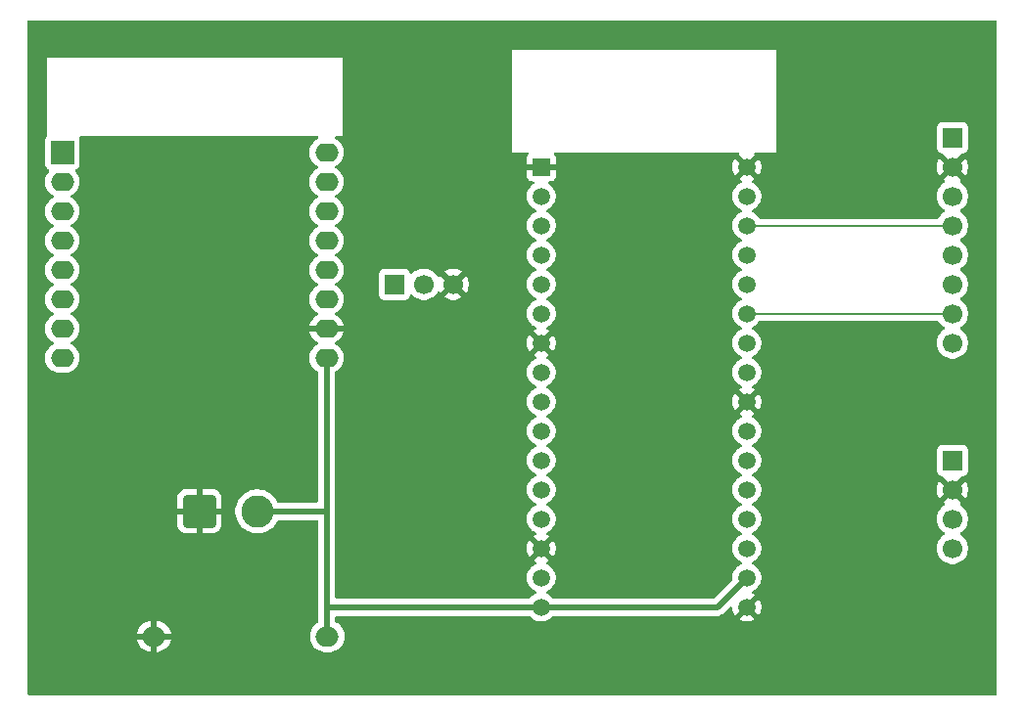
<source format=gbr>
%TF.GenerationSoftware,KiCad,Pcbnew,9.0.2*%
%TF.CreationDate,2025-07-07T09:36:44+02:00*%
%TF.ProjectId,luaos,6c75616f-732e-46b6-9963-61645f706362,rev?*%
%TF.SameCoordinates,Original*%
%TF.FileFunction,Copper,L2,Bot*%
%TF.FilePolarity,Positive*%
%FSLAX46Y46*%
G04 Gerber Fmt 4.6, Leading zero omitted, Abs format (unit mm)*
G04 Created by KiCad (PCBNEW 9.0.2) date 2025-07-07 09:36:44*
%MOMM*%
%LPD*%
G01*
G04 APERTURE LIST*
G04 Aperture macros list*
%AMRoundRect*
0 Rectangle with rounded corners*
0 $1 Rounding radius*
0 $2 $3 $4 $5 $6 $7 $8 $9 X,Y pos of 4 corners*
0 Add a 4 corners polygon primitive as box body*
4,1,4,$2,$3,$4,$5,$6,$7,$8,$9,$2,$3,0*
0 Add four circle primitives for the rounded corners*
1,1,$1+$1,$2,$3*
1,1,$1+$1,$4,$5*
1,1,$1+$1,$6,$7*
1,1,$1+$1,$8,$9*
0 Add four rect primitives between the rounded corners*
20,1,$1+$1,$2,$3,$4,$5,0*
20,1,$1+$1,$4,$5,$6,$7,0*
20,1,$1+$1,$6,$7,$8,$9,0*
20,1,$1+$1,$8,$9,$2,$3,0*%
G04 Aperture macros list end*
%TA.AperFunction,ComponentPad*%
%ADD10R,1.500000X1.500000*%
%TD*%
%TA.AperFunction,ComponentPad*%
%ADD11C,1.500000*%
%TD*%
%TA.AperFunction,ComponentPad*%
%ADD12O,2.000000X1.700000*%
%TD*%
%TA.AperFunction,ComponentPad*%
%ADD13C,2.800000*%
%TD*%
%TA.AperFunction,ComponentPad*%
%ADD14RoundRect,0.250001X-1.149999X-1.149999X1.149999X-1.149999X1.149999X1.149999X-1.149999X1.149999X0*%
%TD*%
%TA.AperFunction,ComponentPad*%
%ADD15C,1.700000*%
%TD*%
%TA.AperFunction,ComponentPad*%
%ADD16R,1.700000X1.700000*%
%TD*%
%TA.AperFunction,ComponentPad*%
%ADD17O,2.000000X1.600000*%
%TD*%
%TA.AperFunction,ComponentPad*%
%ADD18R,2.000000X2.000000*%
%TD*%
%TA.AperFunction,Conductor*%
%ADD19C,0.500000*%
%TD*%
%TA.AperFunction,Conductor*%
%ADD20C,0.200000*%
%TD*%
G04 APERTURE END LIST*
D10*
%TO.P,U1,1,GND*%
%TO.N,GND*%
X96520000Y-88900000D03*
D11*
%TO.P,U1,2,GPIO0*%
%TO.N,unconnected-(U1-GPIO0-Pad2)*%
X96520000Y-91440000D03*
%TO.P,U1,3,GPIO1*%
%TO.N,unconnected-(U1-GPIO1-Pad3)*%
X96520000Y-93980000D03*
%TO.P,U1,4,GPIO12*%
%TO.N,Net-(U1-GPIO12)*%
X96520000Y-96520000D03*
%TO.P,U1,5,GPIO18*%
%TO.N,Net-(J2-Pin_2)*%
X96520000Y-99060000D03*
%TO.P,U1,6,GPIO19*%
%TO.N,unconnected-(U1-GPIO19-Pad6)*%
X96520000Y-101600000D03*
%TO.P,U1,7,GND*%
%TO.N,GND*%
X96520000Y-104140000D03*
%TO.P,U1,8,U0RXD*%
%TO.N,unconnected-(U1-U0RXD-Pad8)*%
X96520000Y-106680000D03*
%TO.P,U1,9,U0TXD*%
%TO.N,unconnected-(U1-U0TXD-Pad9)*%
X96520000Y-109220000D03*
%TO.P,U1,10,GPIO13*%
%TO.N,unconnected-(U1-GPIO13-Pad10)*%
X96520000Y-111760000D03*
%TO.P,U1,11*%
%TO.N,N/C*%
X96520000Y-114300000D03*
%TO.P,U1,12,REST*%
%TO.N,unconnected-(U1-REST-Pad12)*%
X96520000Y-116840000D03*
%TO.P,U1,13,VDD3P3*%
%TO.N,+3.3V*%
X96520000Y-119380000D03*
%TO.P,U1,14,GND*%
%TO.N,GND*%
X96520000Y-121920000D03*
%TO.P,U1,15,PWB*%
%TO.N,unconnected-(U1-PWB-Pad15)*%
X96520000Y-124460000D03*
%TO.P,U1,16,VDD5*%
%TO.N,+5V*%
X96520000Y-127000000D03*
%TO.P,U1,17,GND*%
%TO.N,GND*%
X114300000Y-88900000D03*
%TO.P,U1,18,VDD3P3*%
%TO.N,Net-(J4-Pin_1)*%
X114300000Y-91440000D03*
%TO.P,U1,19,SPI_CK*%
%TO.N,Net-(J4-Pin_4)*%
X114300000Y-93980000D03*
%TO.P,U1,20,SPI_MOSI*%
%TO.N,Net-(J4-Pin_3)*%
X114300000Y-96520000D03*
%TO.P,U1,21,SPI_MISO*%
%TO.N,Net-(J4-Pin_5)*%
X114300000Y-99060000D03*
%TO.P,U1,22,GPIO6*%
%TO.N,Net-(J4-Pin_7)*%
X114300000Y-101600000D03*
%TO.P,U1,23,GPIO7*%
%TO.N,Net-(J4-Pin_6)*%
X114300000Y-104140000D03*
%TO.P,U1,24,GPIO11*%
%TO.N,Net-(J4-Pin_8)*%
X114300000Y-106680000D03*
%TO.P,U1,25,GND*%
%TO.N,GND*%
X114300000Y-109220000D03*
%TO.P,U1,26,VDD3P3*%
%TO.N,Net-(J3-Pin_1)*%
X114300000Y-111760000D03*
%TO.P,U1,27,I2C_SCL*%
%TO.N,Net-(J3-Pin_3)*%
X114300000Y-114300000D03*
%TO.P,U1,28,I2C_SDA*%
%TO.N,Net-(J3-Pin_4)*%
X114300000Y-116840000D03*
%TO.P,U1,29,GPIO8*%
%TO.N,unconnected-(U1-GPIO8-Pad29)*%
X114300000Y-119380000D03*
%TO.P,U1,30,GPIO9*%
%TO.N,unconnected-(U1-GPIO9-Pad30)*%
X114300000Y-121920000D03*
%TO.P,U1,31,VDD5*%
%TO.N,+5V*%
X114300000Y-124460000D03*
%TO.P,U1,32,GND*%
%TO.N,GND*%
X114300000Y-127000000D03*
%TD*%
D12*
%TO.P,J5,2,Pin_2*%
%TO.N,GND*%
X63025000Y-129540000D03*
%TO.P,J5,1*%
%TO.N,+5V*%
X78025000Y-129540000D03*
%TD*%
D13*
%TO.P,J1,2,Pin_2*%
%TO.N,+5V*%
X71965000Y-118712500D03*
D14*
%TO.P,J1,1,Pin_1*%
%TO.N,GND*%
X66965000Y-118712500D03*
%TD*%
D15*
%TO.P,J2,3,Pin_3*%
%TO.N,GND*%
X88900000Y-99060000D03*
%TO.P,J2,2,Pin_2*%
%TO.N,Net-(J2-Pin_2)*%
X86360000Y-99060000D03*
D16*
%TO.P,J2,1,Pin_1*%
%TO.N,+3.3V*%
X83820000Y-99060000D03*
%TD*%
D17*
%TO.P,U2,16,TX*%
%TO.N,unconnected-(U2-TX-Pad16)*%
X77955000Y-87630000D03*
%TO.P,U2,15,RX*%
%TO.N,unconnected-(U2-RX-Pad15)*%
X77955000Y-90170000D03*
%TO.P,U2,14,SCL/D1*%
%TO.N,Net-(U1-GPIO12)*%
X77955000Y-92710000D03*
%TO.P,U2,13,SDA/D2*%
%TO.N,unconnected-(U2-SDA{slash}D2-Pad13)*%
X77955000Y-95250000D03*
%TO.P,U2,12,D3*%
%TO.N,unconnected-(U2-D3-Pad12)*%
X77955000Y-97790000D03*
%TO.P,U2,11,D4*%
%TO.N,unconnected-(U2-D4-Pad11)*%
X77955000Y-100330000D03*
%TO.P,U2,10,GND*%
%TO.N,GND*%
X77955000Y-102870000D03*
%TO.P,U2,9,5V*%
%TO.N,+5V*%
X77955000Y-105410000D03*
%TO.P,U2,8,3V3*%
%TO.N,+3.3V*%
X55095000Y-105410000D03*
%TO.P,U2,7,CS/D8*%
%TO.N,unconnected-(U2-CS{slash}D8-Pad7)*%
X55095000Y-102870000D03*
%TO.P,U2,6,MOSI/D7*%
%TO.N,unconnected-(U2-MOSI{slash}D7-Pad6)*%
X55095000Y-100330000D03*
%TO.P,U2,5,MISO/D6*%
%TO.N,unconnected-(U2-MISO{slash}D6-Pad5)*%
X55095000Y-97790000D03*
%TO.P,U2,4,SCK/D5*%
%TO.N,unconnected-(U2-SCK{slash}D5-Pad4)*%
X55095000Y-95250000D03*
%TO.P,U2,3,D0*%
%TO.N,unconnected-(U2-D0-Pad3)*%
X55095000Y-92710000D03*
%TO.P,U2,2,A0*%
%TO.N,unconnected-(U2-A0-Pad2)*%
X55095000Y-90170000D03*
D18*
%TO.P,U2,1,~{RST}*%
%TO.N,unconnected-(U2-~{RST}-Pad1)*%
X55095000Y-87630000D03*
%TD*%
D15*
%TO.P,J4,8,Pin_8*%
%TO.N,Net-(J4-Pin_8)*%
X132080000Y-104140000D03*
%TO.P,J4,7,Pin_7*%
%TO.N,Net-(J4-Pin_7)*%
X132080000Y-101600000D03*
%TO.P,J4,6,Pin_6*%
%TO.N,Net-(J4-Pin_6)*%
X132080000Y-99060000D03*
%TO.P,J4,5,Pin_5*%
%TO.N,Net-(J4-Pin_5)*%
X132080000Y-96520000D03*
%TO.P,J4,4,Pin_4*%
%TO.N,Net-(J4-Pin_4)*%
X132080000Y-93980000D03*
%TO.P,J4,3,Pin_3*%
%TO.N,Net-(J4-Pin_3)*%
X132080000Y-91440000D03*
%TO.P,J4,2,Pin_2*%
%TO.N,GND*%
X132080000Y-88900000D03*
D16*
%TO.P,J4,1,Pin_1*%
%TO.N,Net-(J4-Pin_1)*%
X132080000Y-86360000D03*
%TD*%
D15*
%TO.P,J3,4,Pin_4*%
%TO.N,Net-(J3-Pin_4)*%
X132080000Y-121920000D03*
%TO.P,J3,3,Pin_3*%
%TO.N,Net-(J3-Pin_3)*%
X132080000Y-119380000D03*
%TO.P,J3,2,Pin_2*%
%TO.N,GND*%
X132080000Y-116840000D03*
D16*
%TO.P,J3,1,Pin_1*%
%TO.N,Net-(J3-Pin_1)*%
X132080000Y-114300000D03*
%TD*%
D19*
%TO.N,+5V*%
X77955000Y-105410000D02*
X77955000Y-118745000D01*
X77955000Y-118745000D02*
X77955000Y-127000000D01*
X96520000Y-127000000D02*
X77955000Y-127000000D01*
X71965000Y-118712500D02*
X77922500Y-118712500D01*
D20*
X77922500Y-118712500D02*
X77955000Y-118745000D01*
D19*
X77955000Y-127000000D02*
X77955000Y-129470000D01*
D20*
X77955000Y-129470000D02*
X78025000Y-129540000D01*
X77955000Y-129500000D02*
X77985000Y-129500000D01*
X77985000Y-129500000D02*
X78025000Y-129540000D01*
X77955000Y-129500000D02*
X78022500Y-129567500D01*
D19*
X96520000Y-127000000D02*
X111760000Y-127000000D01*
D20*
%TO.N,Net-(J4-Pin_7)*%
X114300000Y-101600000D02*
X132080000Y-101600000D01*
%TO.N,Net-(J4-Pin_4)*%
X114300000Y-93980000D02*
X132080000Y-93980000D01*
D19*
%TO.N,+5V*%
X111760000Y-127000000D02*
X114300000Y-124460000D01*
%TD*%
%TA.AperFunction,Conductor*%
%TO.N,GND*%
G36*
X113606782Y-87649685D02*
G01*
X113652537Y-87702489D01*
X113662481Y-87771647D01*
X113633456Y-87835203D01*
X113612626Y-87854320D01*
X113609873Y-87856320D01*
X113609872Y-87856320D01*
X114211415Y-88457861D01*
X114126306Y-88480667D01*
X114023694Y-88539910D01*
X113939910Y-88623694D01*
X113880667Y-88726306D01*
X113857861Y-88811414D01*
X113256320Y-88209872D01*
X113256320Y-88209873D01*
X113230902Y-88244859D01*
X113230899Y-88244863D01*
X113141582Y-88420161D01*
X113080778Y-88607294D01*
X113050000Y-88801617D01*
X113050000Y-88998382D01*
X113080778Y-89192705D01*
X113141581Y-89379835D01*
X113230905Y-89555145D01*
X113256319Y-89590125D01*
X113256320Y-89590125D01*
X113857861Y-88988584D01*
X113880667Y-89073694D01*
X113939910Y-89176306D01*
X114023694Y-89260090D01*
X114126306Y-89319333D01*
X114211414Y-89342137D01*
X113609873Y-89943677D01*
X113609873Y-89943678D01*
X113644858Y-89969096D01*
X113821764Y-90059234D01*
X113872560Y-90107209D01*
X113889355Y-90175030D01*
X113866818Y-90241164D01*
X113821764Y-90280204D01*
X113644594Y-90370476D01*
X113590338Y-90409896D01*
X113485354Y-90486172D01*
X113485352Y-90486174D01*
X113485351Y-90486174D01*
X113346174Y-90625351D01*
X113346174Y-90625352D01*
X113346172Y-90625354D01*
X113314302Y-90669219D01*
X113230476Y-90784594D01*
X113141117Y-90959970D01*
X113080290Y-91147173D01*
X113049500Y-91341577D01*
X113049500Y-91538422D01*
X113080290Y-91732826D01*
X113141117Y-91920029D01*
X113196328Y-92028386D01*
X113230476Y-92095405D01*
X113346172Y-92254646D01*
X113485354Y-92393828D01*
X113644595Y-92509524D01*
X113767992Y-92572397D01*
X113821213Y-92599515D01*
X113872009Y-92647489D01*
X113888804Y-92715310D01*
X113866267Y-92781445D01*
X113821213Y-92820485D01*
X113644594Y-92910476D01*
X113590338Y-92949896D01*
X113485354Y-93026172D01*
X113485352Y-93026174D01*
X113485351Y-93026174D01*
X113346174Y-93165351D01*
X113346174Y-93165352D01*
X113346172Y-93165354D01*
X113314302Y-93209219D01*
X113230476Y-93324594D01*
X113141117Y-93499970D01*
X113080290Y-93687173D01*
X113049500Y-93881577D01*
X113049500Y-94078422D01*
X113080290Y-94272826D01*
X113141117Y-94460029D01*
X113228544Y-94631614D01*
X113230476Y-94635405D01*
X113346172Y-94794646D01*
X113485354Y-94933828D01*
X113644595Y-95049524D01*
X113767992Y-95112397D01*
X113821213Y-95139515D01*
X113872009Y-95187489D01*
X113888804Y-95255310D01*
X113866267Y-95321445D01*
X113821213Y-95360485D01*
X113644594Y-95450476D01*
X113590338Y-95489896D01*
X113485354Y-95566172D01*
X113485352Y-95566174D01*
X113485351Y-95566174D01*
X113346174Y-95705351D01*
X113346174Y-95705352D01*
X113346172Y-95705354D01*
X113314302Y-95749219D01*
X113230476Y-95864594D01*
X113141117Y-96039970D01*
X113080290Y-96227173D01*
X113049500Y-96421577D01*
X113049500Y-96618422D01*
X113080290Y-96812826D01*
X113141117Y-97000029D01*
X113196328Y-97108386D01*
X113230476Y-97175405D01*
X113346172Y-97334646D01*
X113485354Y-97473828D01*
X113644595Y-97589524D01*
X113767992Y-97652397D01*
X113821213Y-97679515D01*
X113872009Y-97727489D01*
X113888804Y-97795310D01*
X113866267Y-97861445D01*
X113821213Y-97900485D01*
X113644594Y-97990476D01*
X113590338Y-98029896D01*
X113485354Y-98106172D01*
X113485352Y-98106174D01*
X113485351Y-98106174D01*
X113346174Y-98245351D01*
X113346174Y-98245352D01*
X113346172Y-98245354D01*
X113314302Y-98289219D01*
X113230476Y-98404594D01*
X113141117Y-98579970D01*
X113080290Y-98767173D01*
X113049500Y-98961577D01*
X113049500Y-99158422D01*
X113080290Y-99352826D01*
X113141117Y-99540029D01*
X113196328Y-99648386D01*
X113230476Y-99715405D01*
X113346172Y-99874646D01*
X113485354Y-100013828D01*
X113644595Y-100129524D01*
X113734375Y-100175269D01*
X113821213Y-100219515D01*
X113872009Y-100267489D01*
X113888804Y-100335310D01*
X113866267Y-100401445D01*
X113821213Y-100440485D01*
X113644594Y-100530476D01*
X113590338Y-100569896D01*
X113485354Y-100646172D01*
X113485352Y-100646174D01*
X113485351Y-100646174D01*
X113346174Y-100785351D01*
X113346174Y-100785352D01*
X113346172Y-100785354D01*
X113314302Y-100829219D01*
X113230476Y-100944594D01*
X113141117Y-101119970D01*
X113080290Y-101307173D01*
X113049500Y-101501577D01*
X113049500Y-101698422D01*
X113080290Y-101892826D01*
X113141117Y-102080029D01*
X113228544Y-102251614D01*
X113230476Y-102255405D01*
X113346172Y-102414646D01*
X113485354Y-102553828D01*
X113644595Y-102669524D01*
X113767992Y-102732397D01*
X113821213Y-102759515D01*
X113872009Y-102807489D01*
X113888804Y-102875310D01*
X113866267Y-102941445D01*
X113821213Y-102980485D01*
X113644594Y-103070476D01*
X113590338Y-103109896D01*
X113485354Y-103186172D01*
X113485352Y-103186174D01*
X113485351Y-103186174D01*
X113346174Y-103325351D01*
X113346174Y-103325352D01*
X113346172Y-103325354D01*
X113314440Y-103369029D01*
X113230476Y-103484594D01*
X113141117Y-103659970D01*
X113080290Y-103847173D01*
X113049500Y-104041577D01*
X113049500Y-104238422D01*
X113080290Y-104432826D01*
X113141117Y-104620029D01*
X113196328Y-104728386D01*
X113230476Y-104795405D01*
X113346172Y-104954646D01*
X113485354Y-105093828D01*
X113644595Y-105209524D01*
X113767992Y-105272397D01*
X113821213Y-105299515D01*
X113872009Y-105347489D01*
X113888804Y-105415310D01*
X113866267Y-105481445D01*
X113821213Y-105520485D01*
X113644594Y-105610476D01*
X113553741Y-105676485D01*
X113485354Y-105726172D01*
X113485352Y-105726174D01*
X113485351Y-105726174D01*
X113346174Y-105865351D01*
X113346174Y-105865352D01*
X113346172Y-105865354D01*
X113314302Y-105909219D01*
X113230476Y-106024594D01*
X113141117Y-106199970D01*
X113080290Y-106387173D01*
X113049500Y-106581577D01*
X113049500Y-106778422D01*
X113080290Y-106972826D01*
X113141117Y-107160029D01*
X113230476Y-107335405D01*
X113346172Y-107494646D01*
X113485354Y-107633828D01*
X113604784Y-107720600D01*
X113644596Y-107749525D01*
X113821763Y-107839795D01*
X113872560Y-107887769D01*
X113889355Y-107955590D01*
X113866818Y-108021725D01*
X113821764Y-108060765D01*
X113644859Y-108150902D01*
X113609873Y-108176320D01*
X113609872Y-108176320D01*
X114211415Y-108777861D01*
X114126306Y-108800667D01*
X114023694Y-108859910D01*
X113939910Y-108943694D01*
X113880667Y-109046306D01*
X113857861Y-109131414D01*
X113256320Y-108529872D01*
X113256320Y-108529873D01*
X113230902Y-108564859D01*
X113230899Y-108564863D01*
X113141582Y-108740161D01*
X113080778Y-108927294D01*
X113050000Y-109121617D01*
X113050000Y-109318382D01*
X113080778Y-109512705D01*
X113141581Y-109699835D01*
X113230905Y-109875145D01*
X113256319Y-109910125D01*
X113256320Y-109910125D01*
X113857861Y-109308584D01*
X113880667Y-109393694D01*
X113939910Y-109496306D01*
X114023694Y-109580090D01*
X114126306Y-109639333D01*
X114211414Y-109662137D01*
X113609873Y-110263677D01*
X113609873Y-110263678D01*
X113644858Y-110289096D01*
X113821764Y-110379234D01*
X113872560Y-110427209D01*
X113889355Y-110495030D01*
X113866818Y-110561164D01*
X113821764Y-110600204D01*
X113644594Y-110690476D01*
X113553741Y-110756485D01*
X113485354Y-110806172D01*
X113485352Y-110806174D01*
X113485351Y-110806174D01*
X113346174Y-110945351D01*
X113346174Y-110945352D01*
X113346172Y-110945354D01*
X113296485Y-111013741D01*
X113230476Y-111104594D01*
X113141117Y-111279970D01*
X113080290Y-111467173D01*
X113049500Y-111661577D01*
X113049500Y-111858422D01*
X113080290Y-112052826D01*
X113141117Y-112240029D01*
X113230476Y-112415405D01*
X113346172Y-112574646D01*
X113485354Y-112713828D01*
X113644595Y-112829524D01*
X113767992Y-112892397D01*
X113821213Y-112919515D01*
X113872009Y-112967489D01*
X113888804Y-113035310D01*
X113866267Y-113101445D01*
X113821213Y-113140485D01*
X113644594Y-113230476D01*
X113553741Y-113296485D01*
X113485354Y-113346172D01*
X113485352Y-113346174D01*
X113485351Y-113346174D01*
X113346174Y-113485351D01*
X113346174Y-113485352D01*
X113346172Y-113485354D01*
X113296485Y-113553741D01*
X113230476Y-113644594D01*
X113141117Y-113819970D01*
X113080290Y-114007173D01*
X113049500Y-114201577D01*
X113049500Y-114398422D01*
X113080290Y-114592826D01*
X113141117Y-114780029D01*
X113230476Y-114955405D01*
X113346172Y-115114646D01*
X113485354Y-115253828D01*
X113644595Y-115369524D01*
X113767992Y-115432397D01*
X113821213Y-115459515D01*
X113872009Y-115507489D01*
X113888804Y-115575310D01*
X113866267Y-115641445D01*
X113821213Y-115680485D01*
X113644594Y-115770476D01*
X113553741Y-115836485D01*
X113485354Y-115886172D01*
X113485352Y-115886174D01*
X113485351Y-115886174D01*
X113346174Y-116025351D01*
X113346174Y-116025352D01*
X113346172Y-116025354D01*
X113307717Y-116078282D01*
X113230476Y-116184594D01*
X113141117Y-116359970D01*
X113080290Y-116547173D01*
X113049500Y-116741577D01*
X113049500Y-116938422D01*
X113080290Y-117132826D01*
X113141117Y-117320029D01*
X113230476Y-117495405D01*
X113346172Y-117654646D01*
X113485354Y-117793828D01*
X113644595Y-117909524D01*
X113734375Y-117955269D01*
X113821213Y-117999515D01*
X113872009Y-118047489D01*
X113888804Y-118115310D01*
X113866267Y-118181445D01*
X113821213Y-118220485D01*
X113644594Y-118310476D01*
X113590338Y-118349896D01*
X113485354Y-118426172D01*
X113485352Y-118426174D01*
X113485351Y-118426174D01*
X113346174Y-118565351D01*
X113346174Y-118565352D01*
X113346172Y-118565354D01*
X113296485Y-118633741D01*
X113230476Y-118724594D01*
X113141117Y-118899970D01*
X113080290Y-119087173D01*
X113049500Y-119281577D01*
X113049500Y-119478422D01*
X113080290Y-119672826D01*
X113141117Y-119860029D01*
X113220175Y-120015189D01*
X113230476Y-120035405D01*
X113346172Y-120194646D01*
X113485354Y-120333828D01*
X113644595Y-120449524D01*
X113767992Y-120512397D01*
X113821213Y-120539515D01*
X113872009Y-120587489D01*
X113888804Y-120655310D01*
X113866267Y-120721445D01*
X113821213Y-120760485D01*
X113644594Y-120850476D01*
X113590338Y-120889896D01*
X113485354Y-120966172D01*
X113485352Y-120966174D01*
X113485351Y-120966174D01*
X113346174Y-121105351D01*
X113346174Y-121105352D01*
X113346172Y-121105354D01*
X113296485Y-121173741D01*
X113230476Y-121264594D01*
X113141117Y-121439970D01*
X113080290Y-121627173D01*
X113049500Y-121821577D01*
X113049500Y-122018422D01*
X113080290Y-122212826D01*
X113141117Y-122400029D01*
X113230343Y-122575143D01*
X113230476Y-122575405D01*
X113346172Y-122734646D01*
X113485354Y-122873828D01*
X113644595Y-122989524D01*
X113767992Y-123052397D01*
X113821213Y-123079515D01*
X113872009Y-123127489D01*
X113888804Y-123195310D01*
X113866267Y-123261445D01*
X113821213Y-123300485D01*
X113644594Y-123390476D01*
X113553741Y-123456485D01*
X113485354Y-123506172D01*
X113485352Y-123506174D01*
X113485351Y-123506174D01*
X113346174Y-123645351D01*
X113346174Y-123645352D01*
X113346172Y-123645354D01*
X113296485Y-123713741D01*
X113230476Y-123804594D01*
X113141117Y-123979970D01*
X113080290Y-124167173D01*
X113049500Y-124361577D01*
X113049500Y-124558420D01*
X113052019Y-124574324D01*
X113043065Y-124643618D01*
X113017227Y-124681404D01*
X111485451Y-126213181D01*
X111424128Y-126246666D01*
X111397770Y-126249500D01*
X97583614Y-126249500D01*
X97516575Y-126229815D01*
X97483297Y-126198387D01*
X97473828Y-126185354D01*
X97334648Y-126046174D01*
X97334646Y-126046172D01*
X97210975Y-125956319D01*
X97175403Y-125930474D01*
X96998787Y-125840485D01*
X96947990Y-125792511D01*
X96931195Y-125724690D01*
X96953732Y-125658555D01*
X96998787Y-125619515D01*
X97175403Y-125529525D01*
X97175402Y-125529525D01*
X97175405Y-125529524D01*
X97334646Y-125413828D01*
X97473828Y-125274646D01*
X97589524Y-125115405D01*
X97678884Y-124940025D01*
X97739709Y-124752826D01*
X97767981Y-124574324D01*
X97770500Y-124558422D01*
X97770500Y-124361577D01*
X97739709Y-124167173D01*
X97678882Y-123979970D01*
X97589523Y-123804594D01*
X97473828Y-123645354D01*
X97334646Y-123506172D01*
X97175405Y-123390476D01*
X97000025Y-123301116D01*
X97000024Y-123301115D01*
X96998235Y-123300204D01*
X96947439Y-123252230D01*
X96930644Y-123184409D01*
X96953181Y-123118274D01*
X96998236Y-123079234D01*
X97175141Y-122989097D01*
X97210125Y-122963678D01*
X97210126Y-122963678D01*
X96608585Y-122362137D01*
X96693694Y-122339333D01*
X96796306Y-122280090D01*
X96880090Y-122196306D01*
X96939333Y-122093694D01*
X96962137Y-122008585D01*
X97563678Y-122610126D01*
X97563678Y-122610125D01*
X97589095Y-122575143D01*
X97678418Y-122399835D01*
X97739221Y-122212705D01*
X97770000Y-122018382D01*
X97770000Y-121821617D01*
X97739221Y-121627294D01*
X97678418Y-121440164D01*
X97589096Y-121264858D01*
X97563678Y-121229873D01*
X97563677Y-121229873D01*
X96962137Y-121831413D01*
X96939333Y-121746306D01*
X96880090Y-121643694D01*
X96796306Y-121559910D01*
X96693694Y-121500667D01*
X96608584Y-121477861D01*
X97210125Y-120876320D01*
X97210125Y-120876319D01*
X97175145Y-120850905D01*
X96998235Y-120760765D01*
X96947439Y-120712790D01*
X96930644Y-120644969D01*
X96953182Y-120578834D01*
X96998236Y-120539795D01*
X97000022Y-120538884D01*
X97000025Y-120538884D01*
X97175405Y-120449524D01*
X97334646Y-120333828D01*
X97473828Y-120194646D01*
X97589524Y-120035405D01*
X97678884Y-119860025D01*
X97739709Y-119672826D01*
X97770500Y-119478422D01*
X97770500Y-119281577D01*
X97739709Y-119087173D01*
X97699200Y-118962500D01*
X97678884Y-118899975D01*
X97678882Y-118899972D01*
X97678882Y-118899970D01*
X97589523Y-118724594D01*
X97473828Y-118565354D01*
X97334646Y-118426172D01*
X97229662Y-118349896D01*
X97175403Y-118310474D01*
X96998787Y-118220485D01*
X96947990Y-118172511D01*
X96931195Y-118104690D01*
X96953732Y-118038555D01*
X96998787Y-117999515D01*
X97175403Y-117909525D01*
X97175402Y-117909525D01*
X97175405Y-117909524D01*
X97334646Y-117793828D01*
X97473828Y-117654646D01*
X97589524Y-117495405D01*
X97678884Y-117320025D01*
X97739709Y-117132826D01*
X97755521Y-117032993D01*
X97770500Y-116938422D01*
X97770500Y-116741577D01*
X97739709Y-116547173D01*
X97678882Y-116359970D01*
X97589523Y-116184594D01*
X97473828Y-116025354D01*
X97334646Y-115886172D01*
X97255025Y-115828324D01*
X97175403Y-115770474D01*
X96998787Y-115680485D01*
X96947990Y-115632511D01*
X96931195Y-115564690D01*
X96953732Y-115498555D01*
X96998787Y-115459515D01*
X97175403Y-115369525D01*
X97175402Y-115369525D01*
X97175405Y-115369524D01*
X97334646Y-115253828D01*
X97473828Y-115114646D01*
X97589524Y-114955405D01*
X97678884Y-114780025D01*
X97739709Y-114592826D01*
X97770500Y-114398422D01*
X97770500Y-114201577D01*
X97739709Y-114007173D01*
X97678882Y-113819970D01*
X97589523Y-113644594D01*
X97473828Y-113485354D01*
X97334646Y-113346172D01*
X97255025Y-113288324D01*
X97175403Y-113230474D01*
X96998787Y-113140485D01*
X96947990Y-113092511D01*
X96931195Y-113024690D01*
X96953732Y-112958555D01*
X96998787Y-112919515D01*
X97175403Y-112829525D01*
X97175402Y-112829525D01*
X97175405Y-112829524D01*
X97334646Y-112713828D01*
X97473828Y-112574646D01*
X97589524Y-112415405D01*
X97678884Y-112240025D01*
X97739709Y-112052826D01*
X97770500Y-111858422D01*
X97770500Y-111661577D01*
X97739709Y-111467173D01*
X97678882Y-111279970D01*
X97589523Y-111104594D01*
X97473828Y-110945354D01*
X97334646Y-110806172D01*
X97255025Y-110748324D01*
X97175403Y-110690474D01*
X96998787Y-110600485D01*
X96947990Y-110552511D01*
X96931195Y-110484690D01*
X96953732Y-110418555D01*
X96998787Y-110379515D01*
X97175403Y-110289525D01*
X97175402Y-110289525D01*
X97175405Y-110289524D01*
X97334646Y-110173828D01*
X97473828Y-110034646D01*
X97589524Y-109875405D01*
X97678884Y-109700025D01*
X97739709Y-109512826D01*
X97739728Y-109512705D01*
X97770500Y-109318422D01*
X97770500Y-109121577D01*
X97739709Y-108927173D01*
X97678882Y-108739970D01*
X97631743Y-108647455D01*
X97589524Y-108564595D01*
X97473828Y-108405354D01*
X97334646Y-108266172D01*
X97210975Y-108176319D01*
X97175403Y-108150474D01*
X96998787Y-108060485D01*
X96947990Y-108012511D01*
X96931195Y-107944690D01*
X96953732Y-107878555D01*
X96998787Y-107839515D01*
X97175403Y-107749525D01*
X97175402Y-107749525D01*
X97175405Y-107749524D01*
X97334646Y-107633828D01*
X97473828Y-107494646D01*
X97589524Y-107335405D01*
X97678884Y-107160025D01*
X97739709Y-106972826D01*
X97770500Y-106778422D01*
X97770500Y-106581577D01*
X97739709Y-106387173D01*
X97678882Y-106199970D01*
X97589523Y-106024594D01*
X97473828Y-105865354D01*
X97334646Y-105726172D01*
X97175405Y-105610476D01*
X97000025Y-105521116D01*
X97000024Y-105521115D01*
X96998235Y-105520204D01*
X96947439Y-105472230D01*
X96930644Y-105404409D01*
X96953181Y-105338274D01*
X96998236Y-105299234D01*
X97175141Y-105209097D01*
X97210125Y-105183678D01*
X97210126Y-105183678D01*
X96608585Y-104582137D01*
X96693694Y-104559333D01*
X96796306Y-104500090D01*
X96880090Y-104416306D01*
X96939333Y-104313694D01*
X96962137Y-104228585D01*
X97563678Y-104830126D01*
X97563678Y-104830125D01*
X97589095Y-104795143D01*
X97678418Y-104619835D01*
X97739221Y-104432705D01*
X97770000Y-104238382D01*
X97770000Y-104041617D01*
X97739221Y-103847294D01*
X97678418Y-103660164D01*
X97589096Y-103484858D01*
X97563678Y-103449873D01*
X97563677Y-103449873D01*
X96962137Y-104051413D01*
X96939333Y-103966306D01*
X96880090Y-103863694D01*
X96796306Y-103779910D01*
X96693694Y-103720667D01*
X96608584Y-103697861D01*
X97210125Y-103096320D01*
X97210125Y-103096319D01*
X97175145Y-103070905D01*
X96998235Y-102980765D01*
X96947439Y-102932790D01*
X96930644Y-102864969D01*
X96953182Y-102798834D01*
X96998236Y-102759795D01*
X97000022Y-102758884D01*
X97000025Y-102758884D01*
X97175405Y-102669524D01*
X97334646Y-102553828D01*
X97473828Y-102414646D01*
X97589524Y-102255405D01*
X97678884Y-102080025D01*
X97739709Y-101892826D01*
X97761041Y-101758140D01*
X97770500Y-101698422D01*
X97770500Y-101501577D01*
X97739709Y-101307173D01*
X97678882Y-101119970D01*
X97607469Y-100979815D01*
X97589524Y-100944595D01*
X97473828Y-100785354D01*
X97334646Y-100646172D01*
X97229662Y-100569896D01*
X97175403Y-100530474D01*
X96998787Y-100440485D01*
X96947990Y-100392511D01*
X96931195Y-100324690D01*
X96953732Y-100258555D01*
X96998787Y-100219515D01*
X97175403Y-100129525D01*
X97175402Y-100129525D01*
X97175405Y-100129524D01*
X97334646Y-100013828D01*
X97473828Y-99874646D01*
X97589524Y-99715405D01*
X97678884Y-99540025D01*
X97739709Y-99352826D01*
X97755521Y-99252993D01*
X97770500Y-99158422D01*
X97770500Y-98961577D01*
X97739709Y-98767173D01*
X97678882Y-98579970D01*
X97602003Y-98429087D01*
X97589524Y-98404595D01*
X97473828Y-98245354D01*
X97334646Y-98106172D01*
X97229662Y-98029896D01*
X97175403Y-97990474D01*
X96998787Y-97900485D01*
X96947990Y-97852511D01*
X96931195Y-97784690D01*
X96953732Y-97718555D01*
X96998787Y-97679515D01*
X97175403Y-97589525D01*
X97175402Y-97589525D01*
X97175405Y-97589524D01*
X97334646Y-97473828D01*
X97473828Y-97334646D01*
X97589524Y-97175405D01*
X97678884Y-97000025D01*
X97739709Y-96812826D01*
X97742053Y-96798028D01*
X97770500Y-96618422D01*
X97770500Y-96421577D01*
X97739709Y-96227173D01*
X97678882Y-96039970D01*
X97589523Y-95864594D01*
X97473828Y-95705354D01*
X97334646Y-95566172D01*
X97229662Y-95489896D01*
X97175403Y-95450474D01*
X96998787Y-95360485D01*
X96947990Y-95312511D01*
X96931195Y-95244690D01*
X96953732Y-95178555D01*
X96998787Y-95139515D01*
X97175403Y-95049525D01*
X97175402Y-95049525D01*
X97175405Y-95049524D01*
X97334646Y-94933828D01*
X97473828Y-94794646D01*
X97589524Y-94635405D01*
X97678884Y-94460025D01*
X97739709Y-94272826D01*
X97742053Y-94258028D01*
X97770500Y-94078422D01*
X97770500Y-93881577D01*
X97739709Y-93687173D01*
X97678882Y-93499970D01*
X97607469Y-93359815D01*
X97589524Y-93324595D01*
X97473828Y-93165354D01*
X97334646Y-93026172D01*
X97229662Y-92949896D01*
X97175403Y-92910474D01*
X96998787Y-92820485D01*
X96947990Y-92772511D01*
X96931195Y-92704690D01*
X96953732Y-92638555D01*
X96998787Y-92599515D01*
X97175403Y-92509525D01*
X97175402Y-92509525D01*
X97175405Y-92509524D01*
X97334646Y-92393828D01*
X97473828Y-92254646D01*
X97589524Y-92095405D01*
X97678884Y-91920025D01*
X97739709Y-91732826D01*
X97742053Y-91718028D01*
X97770500Y-91538422D01*
X97770500Y-91341577D01*
X97739709Y-91147173D01*
X97678882Y-90959970D01*
X97589523Y-90784594D01*
X97473828Y-90625354D01*
X97334646Y-90486172D01*
X97180692Y-90374317D01*
X97138028Y-90318988D01*
X97132049Y-90249374D01*
X97164655Y-90187579D01*
X97225494Y-90153222D01*
X97253579Y-90150000D01*
X97317828Y-90150000D01*
X97317844Y-90149999D01*
X97377372Y-90143598D01*
X97377379Y-90143596D01*
X97512086Y-90093354D01*
X97512093Y-90093350D01*
X97627187Y-90007190D01*
X97627190Y-90007187D01*
X97713350Y-89892093D01*
X97713354Y-89892086D01*
X97763596Y-89757379D01*
X97763598Y-89757372D01*
X97769999Y-89697844D01*
X97770000Y-89697827D01*
X97770000Y-89150000D01*
X96895278Y-89150000D01*
X96939333Y-89073694D01*
X96970000Y-88959244D01*
X96970000Y-88840756D01*
X96939333Y-88726306D01*
X96895278Y-88650000D01*
X97770000Y-88650000D01*
X97770000Y-88102172D01*
X97769999Y-88102155D01*
X97763598Y-88042627D01*
X97763596Y-88042620D01*
X97713354Y-87907913D01*
X97713350Y-87907906D01*
X97653765Y-87828311D01*
X97629347Y-87762847D01*
X97644198Y-87694574D01*
X97693603Y-87645168D01*
X97753031Y-87630000D01*
X113539743Y-87630000D01*
X113606782Y-87649685D01*
G37*
%TD.AperFunction*%
%TA.AperFunction,Conductor*%
G36*
X135833039Y-76219685D02*
G01*
X135878794Y-76272489D01*
X135890000Y-76324000D01*
X135890000Y-134496000D01*
X135870315Y-134563039D01*
X135817511Y-134608794D01*
X135766000Y-134620000D01*
X52194000Y-134620000D01*
X52126961Y-134600315D01*
X52081206Y-134547511D01*
X52070000Y-134496000D01*
X52070000Y-129290000D01*
X61547769Y-129290000D01*
X62591988Y-129290000D01*
X62559075Y-129347007D01*
X62525000Y-129474174D01*
X62525000Y-129605826D01*
X62559075Y-129732993D01*
X62591988Y-129790000D01*
X61547769Y-129790000D01*
X61558242Y-129856126D01*
X61558242Y-129856129D01*
X61623904Y-130058217D01*
X61720379Y-130247557D01*
X61845272Y-130419459D01*
X61845276Y-130419464D01*
X61995535Y-130569723D01*
X61995540Y-130569727D01*
X62167442Y-130694620D01*
X62356782Y-130791095D01*
X62558870Y-130856757D01*
X62768754Y-130890000D01*
X62775000Y-130890000D01*
X62775000Y-129973012D01*
X62832007Y-130005925D01*
X62959174Y-130040000D01*
X63090826Y-130040000D01*
X63217993Y-130005925D01*
X63275000Y-129973012D01*
X63275000Y-130890000D01*
X63281246Y-130890000D01*
X63491127Y-130856757D01*
X63491130Y-130856757D01*
X63693217Y-130791095D01*
X63882557Y-130694620D01*
X64054459Y-130569727D01*
X64054464Y-130569723D01*
X64204723Y-130419464D01*
X64204727Y-130419459D01*
X64329620Y-130247557D01*
X64426095Y-130058217D01*
X64491757Y-129856129D01*
X64491757Y-129856126D01*
X64502231Y-129790000D01*
X63458012Y-129790000D01*
X63490925Y-129732993D01*
X63525000Y-129605826D01*
X63525000Y-129474174D01*
X63490925Y-129347007D01*
X63458012Y-129290000D01*
X64502231Y-129290000D01*
X64491757Y-129223873D01*
X64491757Y-129223870D01*
X64426095Y-129021782D01*
X64329620Y-128832442D01*
X64204727Y-128660540D01*
X64204723Y-128660535D01*
X64054464Y-128510276D01*
X64054459Y-128510272D01*
X63882557Y-128385379D01*
X63693217Y-128288904D01*
X63491129Y-128223242D01*
X63281246Y-128190000D01*
X63275000Y-128190000D01*
X63275000Y-129106988D01*
X63217993Y-129074075D01*
X63090826Y-129040000D01*
X62959174Y-129040000D01*
X62832007Y-129074075D01*
X62775000Y-129106988D01*
X62775000Y-128190000D01*
X62768754Y-128190000D01*
X62558872Y-128223242D01*
X62558869Y-128223242D01*
X62356782Y-128288904D01*
X62167442Y-128385379D01*
X61995540Y-128510272D01*
X61995535Y-128510276D01*
X61845276Y-128660535D01*
X61845272Y-128660540D01*
X61720379Y-128832442D01*
X61623904Y-129021782D01*
X61558242Y-129223870D01*
X61558242Y-129223873D01*
X61547769Y-129290000D01*
X52070000Y-129290000D01*
X52070000Y-117512514D01*
X65065000Y-117512514D01*
X65065000Y-118462500D01*
X66364999Y-118462500D01*
X66339979Y-118522902D01*
X66315000Y-118648481D01*
X66315000Y-118776519D01*
X66339979Y-118902098D01*
X66364999Y-118962500D01*
X65065000Y-118962500D01*
X65065000Y-119912485D01*
X65075493Y-120015189D01*
X65075494Y-120015196D01*
X65130641Y-120181618D01*
X65130643Y-120181623D01*
X65222684Y-120330844D01*
X65346655Y-120454815D01*
X65495876Y-120546856D01*
X65495881Y-120546858D01*
X65662303Y-120602005D01*
X65662310Y-120602006D01*
X65765014Y-120612499D01*
X65765027Y-120612500D01*
X66715000Y-120612500D01*
X66715000Y-119312501D01*
X66775402Y-119337521D01*
X66900981Y-119362500D01*
X67029019Y-119362500D01*
X67154598Y-119337521D01*
X67215000Y-119312501D01*
X67215000Y-120612500D01*
X68164973Y-120612500D01*
X68164985Y-120612499D01*
X68267689Y-120602006D01*
X68267696Y-120602005D01*
X68434118Y-120546858D01*
X68434123Y-120546856D01*
X68583344Y-120454815D01*
X68707315Y-120330844D01*
X68799356Y-120181623D01*
X68799358Y-120181618D01*
X68854505Y-120015196D01*
X68854506Y-120015189D01*
X68864999Y-119912485D01*
X68865000Y-119912472D01*
X68865000Y-118962500D01*
X67565001Y-118962500D01*
X67590021Y-118902098D01*
X67615000Y-118776519D01*
X67615000Y-118648481D01*
X67590021Y-118522902D01*
X67565001Y-118462500D01*
X68865000Y-118462500D01*
X68865000Y-117512527D01*
X68864999Y-117512514D01*
X68854506Y-117409810D01*
X68854505Y-117409803D01*
X68799358Y-117243381D01*
X68799356Y-117243376D01*
X68707315Y-117094155D01*
X68583344Y-116970184D01*
X68434123Y-116878143D01*
X68434118Y-116878141D01*
X68267696Y-116822994D01*
X68267689Y-116822993D01*
X68164985Y-116812500D01*
X67215000Y-116812500D01*
X67215000Y-118112498D01*
X67154598Y-118087479D01*
X67029019Y-118062500D01*
X66900981Y-118062500D01*
X66775402Y-118087479D01*
X66715000Y-118112498D01*
X66715000Y-116812500D01*
X65765014Y-116812500D01*
X65662310Y-116822993D01*
X65662303Y-116822994D01*
X65495881Y-116878141D01*
X65495876Y-116878143D01*
X65346655Y-116970184D01*
X65222684Y-117094155D01*
X65130643Y-117243376D01*
X65130641Y-117243381D01*
X65075494Y-117409803D01*
X65075493Y-117409810D01*
X65065000Y-117512514D01*
X52070000Y-117512514D01*
X52070000Y-86582135D01*
X53594500Y-86582135D01*
X53594500Y-88677870D01*
X53594501Y-88677876D01*
X53600908Y-88737483D01*
X53651202Y-88872328D01*
X53651206Y-88872335D01*
X53737452Y-88987544D01*
X53737455Y-88987547D01*
X53852664Y-89073793D01*
X53852673Y-89073798D01*
X53889914Y-89087688D01*
X53945848Y-89129559D01*
X53970266Y-89195023D01*
X53955415Y-89263296D01*
X53934265Y-89291550D01*
X53903027Y-89322787D01*
X53782715Y-89488386D01*
X53689781Y-89670776D01*
X53626522Y-89865465D01*
X53594500Y-90067648D01*
X53594500Y-90272351D01*
X53626522Y-90474534D01*
X53689781Y-90669223D01*
X53782715Y-90851613D01*
X53903028Y-91017213D01*
X54047786Y-91161971D01*
X54202749Y-91274556D01*
X54213390Y-91282287D01*
X54304840Y-91328883D01*
X54306080Y-91329515D01*
X54356876Y-91377490D01*
X54373671Y-91445311D01*
X54351134Y-91511446D01*
X54306080Y-91550485D01*
X54213386Y-91597715D01*
X54047786Y-91718028D01*
X53903028Y-91862786D01*
X53782715Y-92028386D01*
X53689781Y-92210776D01*
X53626522Y-92405465D01*
X53594500Y-92607648D01*
X53594500Y-92812351D01*
X53626522Y-93014534D01*
X53689781Y-93209223D01*
X53782715Y-93391613D01*
X53903028Y-93557213D01*
X54047786Y-93701971D01*
X54202749Y-93814556D01*
X54213390Y-93822287D01*
X54304840Y-93868883D01*
X54306080Y-93869515D01*
X54356876Y-93917490D01*
X54373671Y-93985311D01*
X54351134Y-94051446D01*
X54306080Y-94090485D01*
X54213386Y-94137715D01*
X54047786Y-94258028D01*
X53903028Y-94402786D01*
X53782715Y-94568386D01*
X53689781Y-94750776D01*
X53626522Y-94945465D01*
X53594500Y-95147648D01*
X53594500Y-95352351D01*
X53626522Y-95554534D01*
X53689781Y-95749223D01*
X53782715Y-95931613D01*
X53903028Y-96097213D01*
X54047786Y-96241971D01*
X54202749Y-96354556D01*
X54213390Y-96362287D01*
X54304840Y-96408883D01*
X54306080Y-96409515D01*
X54356876Y-96457490D01*
X54373671Y-96525311D01*
X54351134Y-96591446D01*
X54306080Y-96630485D01*
X54213386Y-96677715D01*
X54047786Y-96798028D01*
X53903028Y-96942786D01*
X53782715Y-97108386D01*
X53689781Y-97290776D01*
X53626522Y-97485465D01*
X53610041Y-97589525D01*
X53594500Y-97687648D01*
X53594500Y-97892352D01*
X53598878Y-97919995D01*
X53626522Y-98094534D01*
X53689781Y-98289223D01*
X53748567Y-98404594D01*
X53761046Y-98429087D01*
X53782715Y-98471613D01*
X53903028Y-98637213D01*
X54047786Y-98781971D01*
X54202749Y-98894556D01*
X54213390Y-98902287D01*
X54304840Y-98948883D01*
X54306080Y-98949515D01*
X54356876Y-98997490D01*
X54373671Y-99065311D01*
X54351134Y-99131446D01*
X54306080Y-99170485D01*
X54213386Y-99217715D01*
X54047786Y-99338028D01*
X53903028Y-99482786D01*
X53782715Y-99648386D01*
X53689781Y-99830776D01*
X53626522Y-100025465D01*
X53594500Y-100227648D01*
X53594500Y-100432351D01*
X53626522Y-100634534D01*
X53689781Y-100829223D01*
X53782715Y-101011613D01*
X53903028Y-101177213D01*
X54047786Y-101321971D01*
X54202749Y-101434556D01*
X54213390Y-101442287D01*
X54304840Y-101488883D01*
X54306080Y-101489515D01*
X54356876Y-101537490D01*
X54373671Y-101605311D01*
X54351134Y-101671446D01*
X54306080Y-101710485D01*
X54213386Y-101757715D01*
X54047786Y-101878028D01*
X53903028Y-102022786D01*
X53782715Y-102188386D01*
X53689781Y-102370776D01*
X53626522Y-102565465D01*
X53594500Y-102767648D01*
X53594500Y-102972351D01*
X53626522Y-103174534D01*
X53689781Y-103369223D01*
X53782715Y-103551613D01*
X53903028Y-103717213D01*
X54047786Y-103861971D01*
X54191394Y-103966306D01*
X54213390Y-103982287D01*
X54304840Y-104028883D01*
X54306080Y-104029515D01*
X54356876Y-104077490D01*
X54373671Y-104145311D01*
X54351134Y-104211446D01*
X54306080Y-104250485D01*
X54213386Y-104297715D01*
X54047786Y-104418028D01*
X53903028Y-104562786D01*
X53782715Y-104728386D01*
X53689781Y-104910776D01*
X53626522Y-105105465D01*
X53594500Y-105307648D01*
X53594500Y-105512351D01*
X53626522Y-105714534D01*
X53689781Y-105909223D01*
X53782715Y-106091613D01*
X53903028Y-106257213D01*
X54047786Y-106401971D01*
X54202749Y-106514556D01*
X54213390Y-106522287D01*
X54329607Y-106581503D01*
X54395776Y-106615218D01*
X54395778Y-106615218D01*
X54395781Y-106615220D01*
X54488047Y-106645199D01*
X54590465Y-106678477D01*
X54691557Y-106694488D01*
X54792648Y-106710500D01*
X54792649Y-106710500D01*
X55397351Y-106710500D01*
X55397352Y-106710500D01*
X55599534Y-106678477D01*
X55794219Y-106615220D01*
X55976610Y-106522287D01*
X56069590Y-106454732D01*
X56142213Y-106401971D01*
X56142215Y-106401968D01*
X56142219Y-106401966D01*
X56286966Y-106257219D01*
X56286968Y-106257215D01*
X56286971Y-106257213D01*
X56339732Y-106184590D01*
X56407287Y-106091610D01*
X56500220Y-105909219D01*
X56563477Y-105714534D01*
X56595500Y-105512352D01*
X56595500Y-105307648D01*
X56579959Y-105209525D01*
X56563477Y-105105465D01*
X56514473Y-104954647D01*
X56500220Y-104910781D01*
X56500218Y-104910778D01*
X56500218Y-104910776D01*
X56459124Y-104830125D01*
X56407287Y-104728390D01*
X56356447Y-104658414D01*
X56286971Y-104562786D01*
X56142213Y-104418028D01*
X55976614Y-104297715D01*
X55970006Y-104294348D01*
X55883917Y-104250483D01*
X55833123Y-104202511D01*
X55816328Y-104134690D01*
X55838865Y-104068555D01*
X55883917Y-104029516D01*
X55976610Y-103982287D01*
X55998606Y-103966306D01*
X56142213Y-103861971D01*
X56142215Y-103861968D01*
X56142219Y-103861966D01*
X56286966Y-103717219D01*
X56286968Y-103717215D01*
X56286971Y-103717213D01*
X56356445Y-103621588D01*
X56407287Y-103551610D01*
X56500220Y-103369219D01*
X56563477Y-103174534D01*
X56595500Y-102972352D01*
X56595500Y-102767648D01*
X56579959Y-102669525D01*
X56563477Y-102565465D01*
X56534127Y-102475137D01*
X56500220Y-102370781D01*
X56500218Y-102370778D01*
X56500218Y-102370776D01*
X56447955Y-102268205D01*
X56407287Y-102188390D01*
X56356447Y-102118414D01*
X56286971Y-102022786D01*
X56142213Y-101878028D01*
X55976614Y-101757715D01*
X55970006Y-101754348D01*
X55883917Y-101710483D01*
X55833123Y-101662511D01*
X55816328Y-101594690D01*
X55838865Y-101528555D01*
X55883917Y-101489516D01*
X55976610Y-101442287D01*
X55997770Y-101426913D01*
X56142213Y-101321971D01*
X56142215Y-101321968D01*
X56142219Y-101321966D01*
X56286966Y-101177219D01*
X56286968Y-101177215D01*
X56286971Y-101177213D01*
X56356445Y-101081588D01*
X56407287Y-101011610D01*
X56500220Y-100829219D01*
X56563477Y-100634534D01*
X56595500Y-100432352D01*
X56595500Y-100227648D01*
X56579959Y-100129525D01*
X56563477Y-100025465D01*
X56514473Y-99874647D01*
X56500220Y-99830781D01*
X56500218Y-99830778D01*
X56500218Y-99830776D01*
X56463391Y-99758500D01*
X56407287Y-99648390D01*
X56356447Y-99578414D01*
X56286971Y-99482786D01*
X56142213Y-99338028D01*
X55976614Y-99217715D01*
X55970006Y-99214348D01*
X55883917Y-99170483D01*
X55833123Y-99122511D01*
X55816328Y-99054690D01*
X55838865Y-98988555D01*
X55883917Y-98949516D01*
X55976610Y-98902287D01*
X56025169Y-98867007D01*
X56142213Y-98781971D01*
X56142215Y-98781968D01*
X56142219Y-98781966D01*
X56286966Y-98637219D01*
X56286968Y-98637215D01*
X56286971Y-98637213D01*
X56356445Y-98541588D01*
X56407287Y-98471610D01*
X56500220Y-98289219D01*
X56563477Y-98094534D01*
X56595500Y-97892352D01*
X56595500Y-97687648D01*
X56579959Y-97589525D01*
X56563477Y-97485465D01*
X56514473Y-97334647D01*
X56500220Y-97290781D01*
X56500218Y-97290778D01*
X56500218Y-97290776D01*
X56466503Y-97224607D01*
X56407287Y-97108390D01*
X56356447Y-97038414D01*
X56286971Y-96942786D01*
X56142213Y-96798028D01*
X55976614Y-96677715D01*
X55970006Y-96674348D01*
X55883917Y-96630483D01*
X55833123Y-96582511D01*
X55816328Y-96514690D01*
X55838865Y-96448555D01*
X55883917Y-96409516D01*
X55976610Y-96362287D01*
X55997770Y-96346913D01*
X56142213Y-96241971D01*
X56142215Y-96241968D01*
X56142219Y-96241966D01*
X56286966Y-96097219D01*
X56286968Y-96097215D01*
X56286971Y-96097213D01*
X56356445Y-96001588D01*
X56407287Y-95931610D01*
X56500220Y-95749219D01*
X56563477Y-95554534D01*
X56595500Y-95352352D01*
X56595500Y-95147648D01*
X56579959Y-95049525D01*
X56563477Y-94945465D01*
X56514473Y-94794647D01*
X56500220Y-94750781D01*
X56500218Y-94750778D01*
X56500218Y-94750776D01*
X56447955Y-94648205D01*
X56407287Y-94568390D01*
X56356447Y-94498414D01*
X56286971Y-94402786D01*
X56142213Y-94258028D01*
X55976614Y-94137715D01*
X55970006Y-94134348D01*
X55883917Y-94090483D01*
X55833123Y-94042511D01*
X55816328Y-93974690D01*
X55838865Y-93908555D01*
X55883917Y-93869516D01*
X55976610Y-93822287D01*
X55997770Y-93806913D01*
X56142213Y-93701971D01*
X56142215Y-93701968D01*
X56142219Y-93701966D01*
X56286966Y-93557219D01*
X56286968Y-93557215D01*
X56286971Y-93557213D01*
X56356445Y-93461588D01*
X56407287Y-93391610D01*
X56500220Y-93209219D01*
X56563477Y-93014534D01*
X56595500Y-92812352D01*
X56595500Y-92607648D01*
X56579959Y-92509525D01*
X56563477Y-92405465D01*
X56514473Y-92254647D01*
X56500220Y-92210781D01*
X56500218Y-92210778D01*
X56500218Y-92210776D01*
X56466503Y-92144607D01*
X56407287Y-92028390D01*
X56356447Y-91958414D01*
X56286971Y-91862786D01*
X56142213Y-91718028D01*
X55976614Y-91597715D01*
X55970006Y-91594348D01*
X55883917Y-91550483D01*
X55833123Y-91502511D01*
X55816328Y-91434690D01*
X55838865Y-91368555D01*
X55883917Y-91329516D01*
X55976610Y-91282287D01*
X56044221Y-91233165D01*
X56142213Y-91161971D01*
X56142215Y-91161968D01*
X56142219Y-91161966D01*
X56286966Y-91017219D01*
X56286968Y-91017215D01*
X56286971Y-91017213D01*
X56356445Y-90921588D01*
X56407287Y-90851610D01*
X56500220Y-90669219D01*
X56563477Y-90474534D01*
X56595500Y-90272352D01*
X56595500Y-90067648D01*
X56575865Y-89943677D01*
X56563477Y-89865465D01*
X56500218Y-89670776D01*
X56441299Y-89555143D01*
X56407287Y-89488390D01*
X56356304Y-89418217D01*
X56286971Y-89322786D01*
X56255736Y-89291551D01*
X56222251Y-89230228D01*
X56227235Y-89160536D01*
X56269107Y-89104603D01*
X56300080Y-89087689D01*
X56337331Y-89073796D01*
X56452546Y-88987546D01*
X56538796Y-88872331D01*
X56589091Y-88737483D01*
X56595500Y-88677873D01*
X56595499Y-86582128D01*
X56589091Y-86522517D01*
X56587300Y-86517715D01*
X56542401Y-86397333D01*
X56537417Y-86327641D01*
X56570902Y-86266318D01*
X56632226Y-86232834D01*
X56658583Y-86230000D01*
X77121561Y-86230000D01*
X77188600Y-86249685D01*
X77234355Y-86302489D01*
X77244299Y-86371647D01*
X77215274Y-86435203D01*
X77177856Y-86464485D01*
X77073385Y-86517715D01*
X76907786Y-86638028D01*
X76763028Y-86782786D01*
X76642715Y-86948386D01*
X76549781Y-87130776D01*
X76486522Y-87325465D01*
X76454500Y-87527648D01*
X76454500Y-87732351D01*
X76486522Y-87934534D01*
X76549781Y-88129223D01*
X76642715Y-88311613D01*
X76763028Y-88477213D01*
X76907786Y-88621971D01*
X77051394Y-88726306D01*
X77073390Y-88742287D01*
X77164840Y-88788883D01*
X77166080Y-88789515D01*
X77216876Y-88837490D01*
X77233671Y-88905311D01*
X77211134Y-88971446D01*
X77166080Y-89010485D01*
X77073386Y-89057715D01*
X76907786Y-89178028D01*
X76763028Y-89322786D01*
X76642715Y-89488386D01*
X76549781Y-89670776D01*
X76486522Y-89865465D01*
X76454500Y-90067648D01*
X76454500Y-90272351D01*
X76486522Y-90474534D01*
X76549781Y-90669223D01*
X76642715Y-90851613D01*
X76763028Y-91017213D01*
X76907786Y-91161971D01*
X77062749Y-91274556D01*
X77073390Y-91282287D01*
X77164840Y-91328883D01*
X77166080Y-91329515D01*
X77216876Y-91377490D01*
X77233671Y-91445311D01*
X77211134Y-91511446D01*
X77166080Y-91550485D01*
X77073386Y-91597715D01*
X76907786Y-91718028D01*
X76763028Y-91862786D01*
X76642715Y-92028386D01*
X76549781Y-92210776D01*
X76486522Y-92405465D01*
X76454500Y-92607648D01*
X76454500Y-92812351D01*
X76486522Y-93014534D01*
X76549781Y-93209223D01*
X76642715Y-93391613D01*
X76763028Y-93557213D01*
X76907786Y-93701971D01*
X77062749Y-93814556D01*
X77073390Y-93822287D01*
X77164840Y-93868883D01*
X77166080Y-93869515D01*
X77216876Y-93917490D01*
X77233671Y-93985311D01*
X77211134Y-94051446D01*
X77166080Y-94090485D01*
X77073386Y-94137715D01*
X76907786Y-94258028D01*
X76763028Y-94402786D01*
X76642715Y-94568386D01*
X76549781Y-94750776D01*
X76486522Y-94945465D01*
X76454500Y-95147648D01*
X76454500Y-95352351D01*
X76486522Y-95554534D01*
X76549781Y-95749223D01*
X76642715Y-95931613D01*
X76763028Y-96097213D01*
X76907786Y-96241971D01*
X77062749Y-96354556D01*
X77073390Y-96362287D01*
X77164840Y-96408883D01*
X77166080Y-96409515D01*
X77216876Y-96457490D01*
X77233671Y-96525311D01*
X77211134Y-96591446D01*
X77166080Y-96630485D01*
X77073386Y-96677715D01*
X76907786Y-96798028D01*
X76763028Y-96942786D01*
X76642715Y-97108386D01*
X76549781Y-97290776D01*
X76486522Y-97485465D01*
X76470041Y-97589525D01*
X76454500Y-97687648D01*
X76454500Y-97892352D01*
X76458878Y-97919995D01*
X76486522Y-98094534D01*
X76549781Y-98289223D01*
X76608567Y-98404594D01*
X76621046Y-98429087D01*
X76642715Y-98471613D01*
X76763028Y-98637213D01*
X76907786Y-98781971D01*
X77062749Y-98894556D01*
X77073390Y-98902287D01*
X77164840Y-98948883D01*
X77166080Y-98949515D01*
X77216876Y-98997490D01*
X77233671Y-99065311D01*
X77211134Y-99131446D01*
X77166080Y-99170485D01*
X77073386Y-99217715D01*
X76907786Y-99338028D01*
X76763028Y-99482786D01*
X76642715Y-99648386D01*
X76549781Y-99830776D01*
X76486522Y-100025465D01*
X76454500Y-100227648D01*
X76454500Y-100432351D01*
X76486522Y-100634534D01*
X76549781Y-100829223D01*
X76642715Y-101011613D01*
X76763028Y-101177213D01*
X76907786Y-101321971D01*
X77062749Y-101434556D01*
X77073390Y-101442287D01*
X77145424Y-101478990D01*
X77166629Y-101489795D01*
X77217425Y-101537770D01*
X77234220Y-101605591D01*
X77211682Y-101671726D01*
X77166629Y-101710765D01*
X77073650Y-101758140D01*
X76908105Y-101878417D01*
X76908104Y-101878417D01*
X76763417Y-102023104D01*
X76763417Y-102023105D01*
X76643140Y-102188650D01*
X76550244Y-102370970D01*
X76487009Y-102565586D01*
X76478391Y-102620000D01*
X77579722Y-102620000D01*
X77535667Y-102696306D01*
X77505000Y-102810756D01*
X77505000Y-102929244D01*
X77535667Y-103043694D01*
X77579722Y-103120000D01*
X76478391Y-103120000D01*
X76487009Y-103174413D01*
X76550244Y-103369029D01*
X76643140Y-103551349D01*
X76763417Y-103716894D01*
X76763417Y-103716895D01*
X76908104Y-103861582D01*
X77073652Y-103981861D01*
X77166628Y-104029234D01*
X77217425Y-104077208D01*
X77234220Y-104145029D01*
X77211683Y-104211164D01*
X77166630Y-104250203D01*
X77073388Y-104297713D01*
X76907786Y-104418028D01*
X76763028Y-104562786D01*
X76642715Y-104728386D01*
X76549781Y-104910776D01*
X76486522Y-105105465D01*
X76454500Y-105307648D01*
X76454500Y-105512351D01*
X76486522Y-105714534D01*
X76549781Y-105909223D01*
X76642715Y-106091613D01*
X76763028Y-106257213D01*
X76763034Y-106257219D01*
X76907781Y-106401966D01*
X77073390Y-106522287D01*
X77136795Y-106554593D01*
X77187590Y-106602566D01*
X77204500Y-106665077D01*
X77204500Y-117838000D01*
X77184815Y-117905039D01*
X77132011Y-117950794D01*
X77080500Y-117962000D01*
X73794073Y-117962000D01*
X73727034Y-117942315D01*
X73681279Y-117889511D01*
X73679511Y-117885450D01*
X73679264Y-117884854D01*
X73673164Y-117870127D01*
X73548599Y-117654373D01*
X73396938Y-117456724D01*
X73396933Y-117456718D01*
X73220781Y-117280566D01*
X73220774Y-117280560D01*
X73023126Y-117128900D01*
X72807376Y-117004337D01*
X72807361Y-117004330D01*
X72577207Y-116908998D01*
X72336561Y-116844517D01*
X72089575Y-116812001D01*
X72089570Y-116812000D01*
X72089565Y-116812000D01*
X71840435Y-116812000D01*
X71840429Y-116812000D01*
X71840424Y-116812001D01*
X71593438Y-116844517D01*
X71352792Y-116908998D01*
X71122638Y-117004330D01*
X71122623Y-117004337D01*
X70906873Y-117128900D01*
X70709225Y-117280560D01*
X70709218Y-117280566D01*
X70533066Y-117456718D01*
X70533060Y-117456725D01*
X70381400Y-117654373D01*
X70256837Y-117870123D01*
X70256830Y-117870138D01*
X70161498Y-118100292D01*
X70097017Y-118340938D01*
X70064501Y-118587924D01*
X70064500Y-118587941D01*
X70064500Y-118837058D01*
X70064501Y-118837075D01*
X70097017Y-119084061D01*
X70161498Y-119324707D01*
X70256830Y-119554861D01*
X70256837Y-119554876D01*
X70381400Y-119770626D01*
X70533060Y-119968274D01*
X70533066Y-119968281D01*
X70709218Y-120144433D01*
X70709225Y-120144439D01*
X70906873Y-120296099D01*
X71122623Y-120420662D01*
X71122638Y-120420669D01*
X71205075Y-120454815D01*
X71352793Y-120516002D01*
X71593435Y-120580482D01*
X71840435Y-120613000D01*
X71840442Y-120613000D01*
X72089558Y-120613000D01*
X72089565Y-120613000D01*
X72336565Y-120580482D01*
X72577207Y-120516002D01*
X72807373Y-120420664D01*
X73023127Y-120296099D01*
X73220776Y-120144438D01*
X73396938Y-119968276D01*
X73548599Y-119770627D01*
X73673164Y-119554873D01*
X73679511Y-119539550D01*
X73723351Y-119485146D01*
X73789644Y-119463079D01*
X73794073Y-119463000D01*
X77080500Y-119463000D01*
X77147539Y-119482685D01*
X77193294Y-119535489D01*
X77204500Y-119587000D01*
X77204500Y-128294655D01*
X77184815Y-128361694D01*
X77153385Y-128394973D01*
X76995214Y-128509890D01*
X76995209Y-128509894D01*
X76844890Y-128660213D01*
X76719951Y-128832179D01*
X76623444Y-129021585D01*
X76557753Y-129223760D01*
X76524500Y-129433713D01*
X76524500Y-129646286D01*
X76557753Y-129856239D01*
X76623444Y-130058414D01*
X76719951Y-130247820D01*
X76844890Y-130419786D01*
X76995213Y-130570109D01*
X77167179Y-130695048D01*
X77167181Y-130695049D01*
X77167184Y-130695051D01*
X77356588Y-130791557D01*
X77558757Y-130857246D01*
X77768713Y-130890500D01*
X77768714Y-130890500D01*
X78281286Y-130890500D01*
X78281287Y-130890500D01*
X78491243Y-130857246D01*
X78693412Y-130791557D01*
X78882816Y-130695051D01*
X78904789Y-130679086D01*
X79054786Y-130570109D01*
X79054788Y-130570106D01*
X79054792Y-130570104D01*
X79205104Y-130419792D01*
X79205106Y-130419788D01*
X79205109Y-130419786D01*
X79330048Y-130247820D01*
X79330047Y-130247820D01*
X79330051Y-130247816D01*
X79426557Y-130058412D01*
X79492246Y-129856243D01*
X79525500Y-129646287D01*
X79525500Y-129433713D01*
X79492246Y-129223757D01*
X79426557Y-129021588D01*
X79330051Y-128832184D01*
X79330049Y-128832181D01*
X79330048Y-128832179D01*
X79205109Y-128660213D01*
X79054786Y-128509890D01*
X78882819Y-128384951D01*
X78882818Y-128384950D01*
X78882816Y-128384949D01*
X78824522Y-128355246D01*
X78773205Y-128329099D01*
X78722409Y-128281124D01*
X78705500Y-128218614D01*
X78705500Y-127874500D01*
X78725185Y-127807461D01*
X78777989Y-127761706D01*
X78829500Y-127750500D01*
X95456386Y-127750500D01*
X95523425Y-127770185D01*
X95556702Y-127801612D01*
X95566172Y-127814646D01*
X95705354Y-127953828D01*
X95864595Y-128069524D01*
X95947455Y-128111743D01*
X96039970Y-128158882D01*
X96039972Y-128158882D01*
X96039975Y-128158884D01*
X96135740Y-128190000D01*
X96227173Y-128219709D01*
X96421578Y-128250500D01*
X96421583Y-128250500D01*
X96618422Y-128250500D01*
X96812826Y-128219709D01*
X96816196Y-128218614D01*
X97000025Y-128158884D01*
X97175405Y-128069524D01*
X97334646Y-127953828D01*
X97473828Y-127814646D01*
X97488152Y-127794930D01*
X97493852Y-127788950D01*
X97517239Y-127775440D01*
X97538628Y-127758948D01*
X97549240Y-127756954D01*
X97554353Y-127754002D01*
X97562826Y-127754403D01*
X97583614Y-127750500D01*
X111833920Y-127750500D01*
X111931462Y-127731096D01*
X111978913Y-127721658D01*
X112115495Y-127665084D01*
X112164729Y-127632186D01*
X112238416Y-127582952D01*
X112838322Y-126983045D01*
X112899642Y-126949562D01*
X112969333Y-126954546D01*
X113025267Y-126996417D01*
X113049684Y-127061882D01*
X113050000Y-127070728D01*
X113050000Y-127098382D01*
X113080778Y-127292705D01*
X113141581Y-127479835D01*
X113230905Y-127655145D01*
X113256319Y-127690125D01*
X113256320Y-127690125D01*
X113857861Y-127088584D01*
X113880667Y-127173694D01*
X113939910Y-127276306D01*
X114023694Y-127360090D01*
X114126306Y-127419333D01*
X114211414Y-127442137D01*
X113609873Y-128043677D01*
X113609873Y-128043678D01*
X113644858Y-128069096D01*
X113820164Y-128158418D01*
X114007294Y-128219221D01*
X114201618Y-128250000D01*
X114398382Y-128250000D01*
X114592705Y-128219221D01*
X114779835Y-128158418D01*
X114955143Y-128069095D01*
X114990125Y-128043678D01*
X114990126Y-128043678D01*
X114388585Y-127442137D01*
X114473694Y-127419333D01*
X114576306Y-127360090D01*
X114660090Y-127276306D01*
X114719333Y-127173694D01*
X114742137Y-127088585D01*
X115343678Y-127690126D01*
X115343678Y-127690125D01*
X115369095Y-127655143D01*
X115458418Y-127479835D01*
X115519221Y-127292705D01*
X115550000Y-127098382D01*
X115550000Y-126901617D01*
X115519221Y-126707294D01*
X115458418Y-126520164D01*
X115369096Y-126344858D01*
X115343678Y-126309873D01*
X115343677Y-126309873D01*
X114742137Y-126911413D01*
X114719333Y-126826306D01*
X114660090Y-126723694D01*
X114576306Y-126639910D01*
X114473694Y-126580667D01*
X114388583Y-126557861D01*
X114990125Y-125956320D01*
X114990125Y-125956319D01*
X114955145Y-125930905D01*
X114778235Y-125840765D01*
X114727439Y-125792790D01*
X114710644Y-125724969D01*
X114733182Y-125658834D01*
X114778236Y-125619795D01*
X114780022Y-125618884D01*
X114780025Y-125618884D01*
X114955405Y-125529524D01*
X115114646Y-125413828D01*
X115253828Y-125274646D01*
X115369524Y-125115405D01*
X115458884Y-124940025D01*
X115519709Y-124752826D01*
X115547981Y-124574324D01*
X115550500Y-124558422D01*
X115550500Y-124361577D01*
X115519709Y-124167173D01*
X115458882Y-123979970D01*
X115369523Y-123804594D01*
X115253828Y-123645354D01*
X115114646Y-123506172D01*
X115035025Y-123448324D01*
X114955403Y-123390474D01*
X114778787Y-123300485D01*
X114727990Y-123252511D01*
X114711195Y-123184690D01*
X114733732Y-123118555D01*
X114778787Y-123079515D01*
X114955403Y-122989525D01*
X114955402Y-122989525D01*
X114955405Y-122989524D01*
X115114646Y-122873828D01*
X115253828Y-122734646D01*
X115369524Y-122575405D01*
X115458884Y-122400025D01*
X115519709Y-122212826D01*
X115519728Y-122212705D01*
X115550500Y-122018422D01*
X115550500Y-121821577D01*
X115519709Y-121627173D01*
X115458882Y-121439970D01*
X115411743Y-121347455D01*
X115369524Y-121264595D01*
X115253828Y-121105354D01*
X115114646Y-120966172D01*
X115009662Y-120889896D01*
X114955403Y-120850474D01*
X114778787Y-120760485D01*
X114727990Y-120712511D01*
X114711195Y-120644690D01*
X114733732Y-120578555D01*
X114778787Y-120539515D01*
X114955403Y-120449525D01*
X114955402Y-120449525D01*
X114955405Y-120449524D01*
X115114646Y-120333828D01*
X115253828Y-120194646D01*
X115369524Y-120035405D01*
X115458884Y-119860025D01*
X115519709Y-119672826D01*
X115550500Y-119478422D01*
X115550500Y-119281577D01*
X115519709Y-119087173D01*
X115479200Y-118962500D01*
X115458884Y-118899975D01*
X115458882Y-118899972D01*
X115458882Y-118899970D01*
X115369523Y-118724594D01*
X115253828Y-118565354D01*
X115114646Y-118426172D01*
X115009662Y-118349896D01*
X114955403Y-118310474D01*
X114778787Y-118220485D01*
X114727990Y-118172511D01*
X114711195Y-118104690D01*
X114733732Y-118038555D01*
X114778787Y-117999515D01*
X114955403Y-117909525D01*
X114955402Y-117909525D01*
X114955405Y-117909524D01*
X115114646Y-117793828D01*
X115253828Y-117654646D01*
X115369524Y-117495405D01*
X115458884Y-117320025D01*
X115519709Y-117132826D01*
X115535521Y-117032993D01*
X115550500Y-116938422D01*
X115550500Y-116741580D01*
X115550499Y-116741574D01*
X115519709Y-116547173D01*
X115458882Y-116359970D01*
X115369523Y-116184594D01*
X115253828Y-116025354D01*
X115114646Y-115886172D01*
X115035025Y-115828324D01*
X114955403Y-115770474D01*
X114778787Y-115680485D01*
X114727990Y-115632511D01*
X114711195Y-115564690D01*
X114733732Y-115498555D01*
X114778787Y-115459515D01*
X114955403Y-115369525D01*
X114955402Y-115369525D01*
X114955405Y-115369524D01*
X115114646Y-115253828D01*
X115253828Y-115114646D01*
X115369524Y-114955405D01*
X115458884Y-114780025D01*
X115519709Y-114592826D01*
X115550500Y-114398422D01*
X115550500Y-114201577D01*
X115519709Y-114007173D01*
X115458882Y-113819970D01*
X115369523Y-113644594D01*
X115253828Y-113485354D01*
X115170609Y-113402135D01*
X130729500Y-113402135D01*
X130729500Y-115197870D01*
X130729501Y-115197876D01*
X130735908Y-115257483D01*
X130786202Y-115392328D01*
X130786206Y-115392335D01*
X130872452Y-115507544D01*
X130872455Y-115507547D01*
X130987664Y-115593793D01*
X130987671Y-115593797D01*
X131032618Y-115610561D01*
X131122517Y-115644091D01*
X131182127Y-115650500D01*
X131192685Y-115650499D01*
X131259723Y-115670179D01*
X131280372Y-115686818D01*
X131950591Y-116357037D01*
X131887007Y-116374075D01*
X131772993Y-116439901D01*
X131679901Y-116532993D01*
X131614075Y-116647007D01*
X131597037Y-116710591D01*
X130964728Y-116078282D01*
X130964727Y-116078282D01*
X130925380Y-116132439D01*
X130828904Y-116321782D01*
X130763242Y-116523869D01*
X130763242Y-116523872D01*
X130730000Y-116733753D01*
X130730000Y-116946246D01*
X130763242Y-117156127D01*
X130763242Y-117156130D01*
X130828904Y-117358217D01*
X130925375Y-117547550D01*
X130964728Y-117601716D01*
X131597037Y-116969408D01*
X131614075Y-117032993D01*
X131679901Y-117147007D01*
X131772993Y-117240099D01*
X131887007Y-117305925D01*
X131950590Y-117322962D01*
X131318282Y-117955269D01*
X131318282Y-117955270D01*
X131372452Y-117994626D01*
X131372451Y-117994626D01*
X131381495Y-117999234D01*
X131432292Y-118047208D01*
X131449087Y-118115029D01*
X131426550Y-118181164D01*
X131381499Y-118220202D01*
X131372182Y-118224949D01*
X131200213Y-118349890D01*
X131049890Y-118500213D01*
X130924951Y-118672179D01*
X130828444Y-118861585D01*
X130762753Y-119063760D01*
X130729500Y-119273713D01*
X130729500Y-119486286D01*
X130740363Y-119554876D01*
X130762754Y-119696243D01*
X130815970Y-119860025D01*
X130828444Y-119898414D01*
X130924951Y-120087820D01*
X131049890Y-120259786D01*
X131200213Y-120410109D01*
X131372182Y-120535050D01*
X131380946Y-120539516D01*
X131431742Y-120587491D01*
X131448536Y-120655312D01*
X131425998Y-120721447D01*
X131380946Y-120760484D01*
X131372182Y-120764949D01*
X131200213Y-120889890D01*
X131049890Y-121040213D01*
X130924951Y-121212179D01*
X130828444Y-121401585D01*
X130762753Y-121603760D01*
X130729500Y-121813713D01*
X130729500Y-122026286D01*
X130756428Y-122196306D01*
X130762754Y-122236243D01*
X130815970Y-122400025D01*
X130828444Y-122438414D01*
X130924951Y-122627820D01*
X131049890Y-122799786D01*
X131200213Y-122950109D01*
X131372179Y-123075048D01*
X131372181Y-123075049D01*
X131372184Y-123075051D01*
X131561588Y-123171557D01*
X131763757Y-123237246D01*
X131973713Y-123270500D01*
X131973714Y-123270500D01*
X132186286Y-123270500D01*
X132186287Y-123270500D01*
X132396243Y-123237246D01*
X132598412Y-123171557D01*
X132787816Y-123075051D01*
X132809789Y-123059086D01*
X132959786Y-122950109D01*
X132959788Y-122950106D01*
X132959792Y-122950104D01*
X133110104Y-122799792D01*
X133110106Y-122799788D01*
X133110109Y-122799786D01*
X133235048Y-122627820D01*
X133235047Y-122627820D01*
X133235051Y-122627816D01*
X133331557Y-122438412D01*
X133397246Y-122236243D01*
X133430500Y-122026287D01*
X133430500Y-121813713D01*
X133397246Y-121603757D01*
X133331557Y-121401588D01*
X133235051Y-121212184D01*
X133235049Y-121212181D01*
X133235048Y-121212179D01*
X133110109Y-121040213D01*
X132959786Y-120889890D01*
X132787820Y-120764951D01*
X132779604Y-120760765D01*
X132779054Y-120760485D01*
X132728259Y-120712512D01*
X132711463Y-120644692D01*
X132733999Y-120578556D01*
X132779054Y-120539515D01*
X132787816Y-120535051D01*
X132814036Y-120516001D01*
X132959786Y-120410109D01*
X132959788Y-120410106D01*
X132959792Y-120410104D01*
X133110104Y-120259792D01*
X133110106Y-120259788D01*
X133110109Y-120259786D01*
X133235048Y-120087820D01*
X133235047Y-120087820D01*
X133235051Y-120087816D01*
X133331557Y-119898412D01*
X133397246Y-119696243D01*
X133430500Y-119486287D01*
X133430500Y-119273713D01*
X133397246Y-119063757D01*
X133331557Y-118861588D01*
X133235051Y-118672184D01*
X133235049Y-118672181D01*
X133235048Y-118672179D01*
X133110109Y-118500213D01*
X132959786Y-118349890D01*
X132787817Y-118224949D01*
X132778504Y-118220204D01*
X132727707Y-118172230D01*
X132710912Y-118104409D01*
X132733449Y-118038274D01*
X132778507Y-117999232D01*
X132787555Y-117994622D01*
X132841716Y-117955270D01*
X132841717Y-117955270D01*
X132209408Y-117322962D01*
X132272993Y-117305925D01*
X132387007Y-117240099D01*
X132480099Y-117147007D01*
X132545925Y-117032993D01*
X132562962Y-116969409D01*
X133195270Y-117601717D01*
X133195270Y-117601716D01*
X133234622Y-117547554D01*
X133331095Y-117358217D01*
X133396757Y-117156130D01*
X133396757Y-117156127D01*
X133430000Y-116946246D01*
X133430000Y-116733753D01*
X133396757Y-116523872D01*
X133396757Y-116523869D01*
X133331095Y-116321782D01*
X133234624Y-116132449D01*
X133195270Y-116078282D01*
X133195269Y-116078282D01*
X132562962Y-116710590D01*
X132545925Y-116647007D01*
X132480099Y-116532993D01*
X132387007Y-116439901D01*
X132272993Y-116374075D01*
X132209409Y-116357037D01*
X132879627Y-115686818D01*
X132940950Y-115653333D01*
X132967307Y-115650499D01*
X132977872Y-115650499D01*
X133037483Y-115644091D01*
X133172331Y-115593796D01*
X133287546Y-115507546D01*
X133373796Y-115392331D01*
X133424091Y-115257483D01*
X133430500Y-115197873D01*
X133430499Y-113402128D01*
X133424091Y-113342517D01*
X133382302Y-113230476D01*
X133373797Y-113207671D01*
X133373793Y-113207664D01*
X133287547Y-113092455D01*
X133287544Y-113092452D01*
X133172335Y-113006206D01*
X133172328Y-113006202D01*
X133037482Y-112955908D01*
X133037483Y-112955908D01*
X132977883Y-112949501D01*
X132977881Y-112949500D01*
X132977873Y-112949500D01*
X132977864Y-112949500D01*
X131182129Y-112949500D01*
X131182123Y-112949501D01*
X131122516Y-112955908D01*
X130987671Y-113006202D01*
X130987664Y-113006206D01*
X130872455Y-113092452D01*
X130872452Y-113092455D01*
X130786206Y-113207664D01*
X130786202Y-113207671D01*
X130735908Y-113342517D01*
X130729501Y-113402116D01*
X130729501Y-113402123D01*
X130729500Y-113402135D01*
X115170609Y-113402135D01*
X115114646Y-113346172D01*
X115035025Y-113288324D01*
X114955403Y-113230474D01*
X114778787Y-113140485D01*
X114727990Y-113092511D01*
X114711195Y-113024690D01*
X114733732Y-112958555D01*
X114778787Y-112919515D01*
X114955403Y-112829525D01*
X114955402Y-112829525D01*
X114955405Y-112829524D01*
X115114646Y-112713828D01*
X115253828Y-112574646D01*
X115369524Y-112415405D01*
X115458884Y-112240025D01*
X115519709Y-112052826D01*
X115550500Y-111858422D01*
X115550500Y-111661577D01*
X115519709Y-111467173D01*
X115458882Y-111279970D01*
X115369523Y-111104594D01*
X115253828Y-110945354D01*
X115114646Y-110806172D01*
X114955405Y-110690476D01*
X114780025Y-110601116D01*
X114780024Y-110601115D01*
X114778235Y-110600204D01*
X114727439Y-110552230D01*
X114710644Y-110484409D01*
X114733181Y-110418274D01*
X114778236Y-110379234D01*
X114955141Y-110289097D01*
X114990125Y-110263678D01*
X114990126Y-110263678D01*
X114388585Y-109662137D01*
X114473694Y-109639333D01*
X114576306Y-109580090D01*
X114660090Y-109496306D01*
X114719333Y-109393694D01*
X114742137Y-109308585D01*
X115343678Y-109910126D01*
X115343678Y-109910125D01*
X115369095Y-109875143D01*
X115458418Y-109699835D01*
X115519221Y-109512705D01*
X115550000Y-109318382D01*
X115550000Y-109121617D01*
X115519221Y-108927294D01*
X115458418Y-108740164D01*
X115369096Y-108564858D01*
X115343678Y-108529873D01*
X115343677Y-108529873D01*
X114742137Y-109131413D01*
X114719333Y-109046306D01*
X114660090Y-108943694D01*
X114576306Y-108859910D01*
X114473694Y-108800667D01*
X114388584Y-108777861D01*
X114990125Y-108176320D01*
X114990125Y-108176319D01*
X114955145Y-108150905D01*
X114778235Y-108060765D01*
X114727439Y-108012790D01*
X114710644Y-107944969D01*
X114733182Y-107878834D01*
X114778236Y-107839795D01*
X114780022Y-107838884D01*
X114780025Y-107838884D01*
X114955405Y-107749524D01*
X115114646Y-107633828D01*
X115253828Y-107494646D01*
X115369524Y-107335405D01*
X115458884Y-107160025D01*
X115519709Y-106972826D01*
X115550500Y-106778422D01*
X115550500Y-106581577D01*
X115519709Y-106387173D01*
X115458882Y-106199970D01*
X115369523Y-106024594D01*
X115253828Y-105865354D01*
X115114646Y-105726172D01*
X115035025Y-105668324D01*
X114955403Y-105610474D01*
X114778787Y-105520485D01*
X114727990Y-105472511D01*
X114711195Y-105404690D01*
X114733732Y-105338555D01*
X114778787Y-105299515D01*
X114955403Y-105209525D01*
X114955402Y-105209525D01*
X114955405Y-105209524D01*
X115114646Y-105093828D01*
X115253828Y-104954646D01*
X115369524Y-104795405D01*
X115458884Y-104620025D01*
X115519709Y-104432826D01*
X115522053Y-104418028D01*
X115550500Y-104238422D01*
X115550500Y-104041577D01*
X115519709Y-103847173D01*
X115477482Y-103717213D01*
X115458884Y-103659975D01*
X115458882Y-103659972D01*
X115458882Y-103659970D01*
X115403537Y-103551349D01*
X115369524Y-103484595D01*
X115253828Y-103325354D01*
X115114646Y-103186172D01*
X115009662Y-103109896D01*
X114955403Y-103070474D01*
X114778787Y-102980485D01*
X114727990Y-102932511D01*
X114711195Y-102864690D01*
X114733732Y-102798555D01*
X114778787Y-102759515D01*
X114955403Y-102669525D01*
X114955402Y-102669525D01*
X114955405Y-102669524D01*
X115114646Y-102553828D01*
X115253828Y-102414646D01*
X115369524Y-102255405D01*
X115369524Y-102255403D01*
X115372278Y-102251614D01*
X115427608Y-102208949D01*
X115472596Y-102200500D01*
X130794281Y-102200500D01*
X130861320Y-102220185D01*
X130904765Y-102268205D01*
X130924947Y-102307814D01*
X130924948Y-102307815D01*
X131049890Y-102479786D01*
X131200213Y-102630109D01*
X131372182Y-102755050D01*
X131380946Y-102759516D01*
X131431742Y-102807491D01*
X131448536Y-102875312D01*
X131425998Y-102941447D01*
X131380946Y-102980484D01*
X131372182Y-102984949D01*
X131200213Y-103109890D01*
X131049890Y-103260213D01*
X130924951Y-103432179D01*
X130828444Y-103621585D01*
X130762753Y-103823760D01*
X130729500Y-104033713D01*
X130729500Y-104246286D01*
X130756428Y-104416306D01*
X130762754Y-104456243D01*
X130815970Y-104620025D01*
X130828444Y-104658414D01*
X130924951Y-104847820D01*
X131049890Y-105019786D01*
X131200213Y-105170109D01*
X131372179Y-105295048D01*
X131372181Y-105295049D01*
X131372184Y-105295051D01*
X131561588Y-105391557D01*
X131763757Y-105457246D01*
X131973713Y-105490500D01*
X131973714Y-105490500D01*
X132186286Y-105490500D01*
X132186287Y-105490500D01*
X132396243Y-105457246D01*
X132598412Y-105391557D01*
X132787816Y-105295051D01*
X132809789Y-105279086D01*
X132959786Y-105170109D01*
X132959788Y-105170106D01*
X132959792Y-105170104D01*
X133110104Y-105019792D01*
X133110106Y-105019788D01*
X133110109Y-105019786D01*
X133235048Y-104847820D01*
X133235047Y-104847820D01*
X133235051Y-104847816D01*
X133331557Y-104658412D01*
X133397246Y-104456243D01*
X133430500Y-104246287D01*
X133430500Y-104033713D01*
X133397246Y-103823757D01*
X133331557Y-103621588D01*
X133235051Y-103432184D01*
X133235049Y-103432181D01*
X133235048Y-103432179D01*
X133110109Y-103260213D01*
X132959786Y-103109890D01*
X132787820Y-102984951D01*
X132779604Y-102980765D01*
X132779054Y-102980485D01*
X132728259Y-102932512D01*
X132711463Y-102864692D01*
X132733999Y-102798556D01*
X132779054Y-102759515D01*
X132787816Y-102755051D01*
X132868672Y-102696306D01*
X132959786Y-102630109D01*
X132959788Y-102630106D01*
X132959792Y-102630104D01*
X133110104Y-102479792D01*
X133110106Y-102479788D01*
X133110109Y-102479786D01*
X133235048Y-102307820D01*
X133235047Y-102307820D01*
X133235051Y-102307816D01*
X133331557Y-102118412D01*
X133397246Y-101916243D01*
X133430500Y-101706287D01*
X133430500Y-101493713D01*
X133397246Y-101283757D01*
X133331557Y-101081588D01*
X133235051Y-100892184D01*
X133235049Y-100892181D01*
X133235048Y-100892179D01*
X133110109Y-100720213D01*
X132959786Y-100569890D01*
X132787820Y-100444951D01*
X132780293Y-100441116D01*
X132779054Y-100440485D01*
X132728259Y-100392512D01*
X132711463Y-100324692D01*
X132733999Y-100258556D01*
X132779054Y-100219515D01*
X132787816Y-100215051D01*
X132874138Y-100152335D01*
X132959786Y-100090109D01*
X132959788Y-100090106D01*
X132959792Y-100090104D01*
X133110104Y-99939792D01*
X133110106Y-99939788D01*
X133110109Y-99939786D01*
X133235048Y-99767820D01*
X133235047Y-99767820D01*
X133235051Y-99767816D01*
X133331557Y-99578412D01*
X133397246Y-99376243D01*
X133430500Y-99166287D01*
X133430500Y-98953713D01*
X133397246Y-98743757D01*
X133331557Y-98541588D01*
X133235051Y-98352184D01*
X133235049Y-98352181D01*
X133235048Y-98352179D01*
X133110109Y-98180213D01*
X132959786Y-98029890D01*
X132787820Y-97904951D01*
X132780293Y-97901116D01*
X132779054Y-97900485D01*
X132728259Y-97852512D01*
X132711463Y-97784692D01*
X132733999Y-97718556D01*
X132779054Y-97679515D01*
X132787816Y-97675051D01*
X132809789Y-97659086D01*
X132959786Y-97550109D01*
X132959788Y-97550106D01*
X132959792Y-97550104D01*
X133110104Y-97399792D01*
X133110106Y-97399788D01*
X133110109Y-97399786D01*
X133235048Y-97227820D01*
X133235047Y-97227820D01*
X133235051Y-97227816D01*
X133331557Y-97038412D01*
X133397246Y-96836243D01*
X133430500Y-96626287D01*
X133430500Y-96413713D01*
X133397246Y-96203757D01*
X133331557Y-96001588D01*
X133235051Y-95812184D01*
X133235049Y-95812181D01*
X133235048Y-95812179D01*
X133110109Y-95640213D01*
X132959786Y-95489890D01*
X132787820Y-95364951D01*
X132780293Y-95361116D01*
X132779054Y-95360485D01*
X132728259Y-95312512D01*
X132711463Y-95244692D01*
X132733999Y-95178556D01*
X132779054Y-95139515D01*
X132787816Y-95135051D01*
X132809789Y-95119086D01*
X132959786Y-95010109D01*
X132959788Y-95010106D01*
X132959792Y-95010104D01*
X133110104Y-94859792D01*
X133110106Y-94859788D01*
X133110109Y-94859786D01*
X133235048Y-94687820D01*
X133235047Y-94687820D01*
X133235051Y-94687816D01*
X133331557Y-94498412D01*
X133397246Y-94296243D01*
X133430500Y-94086287D01*
X133430500Y-93873713D01*
X133397246Y-93663757D01*
X133331557Y-93461588D01*
X133235051Y-93272184D01*
X133235049Y-93272181D01*
X133235048Y-93272179D01*
X133110109Y-93100213D01*
X132959786Y-92949890D01*
X132787820Y-92824951D01*
X132780293Y-92821116D01*
X132779054Y-92820485D01*
X132728259Y-92772512D01*
X132711463Y-92704692D01*
X132733999Y-92638556D01*
X132779054Y-92599515D01*
X132787816Y-92595051D01*
X132809789Y-92579086D01*
X132959786Y-92470109D01*
X132959788Y-92470106D01*
X132959792Y-92470104D01*
X133110104Y-92319792D01*
X133110106Y-92319788D01*
X133110109Y-92319786D01*
X133235048Y-92147820D01*
X133235047Y-92147820D01*
X133235051Y-92147816D01*
X133331557Y-91958412D01*
X133397246Y-91756243D01*
X133430500Y-91546287D01*
X133430500Y-91333713D01*
X133397246Y-91123757D01*
X133331557Y-90921588D01*
X133235051Y-90732184D01*
X133235049Y-90732181D01*
X133235048Y-90732179D01*
X133110109Y-90560213D01*
X132959786Y-90409890D01*
X132787817Y-90284949D01*
X132778504Y-90280204D01*
X132727707Y-90232230D01*
X132710912Y-90164409D01*
X132733449Y-90098274D01*
X132778507Y-90059232D01*
X132787555Y-90054622D01*
X132841716Y-90015270D01*
X132841717Y-90015270D01*
X132209408Y-89382962D01*
X132272993Y-89365925D01*
X132387007Y-89300099D01*
X132480099Y-89207007D01*
X132545925Y-89092993D01*
X132562962Y-89029409D01*
X133195270Y-89661717D01*
X133195270Y-89661716D01*
X133234622Y-89607554D01*
X133331095Y-89418217D01*
X133396757Y-89216130D01*
X133396757Y-89216127D01*
X133430000Y-89006246D01*
X133430000Y-88793753D01*
X133396757Y-88583872D01*
X133396757Y-88583869D01*
X133331095Y-88381782D01*
X133234624Y-88192449D01*
X133195270Y-88138282D01*
X133195269Y-88138282D01*
X132562962Y-88770590D01*
X132545925Y-88707007D01*
X132480099Y-88592993D01*
X132387007Y-88499901D01*
X132272993Y-88434075D01*
X132209409Y-88417037D01*
X132879627Y-87746818D01*
X132940950Y-87713333D01*
X132967307Y-87710499D01*
X132977872Y-87710499D01*
X133037483Y-87704091D01*
X133172331Y-87653796D01*
X133287546Y-87567546D01*
X133373796Y-87452331D01*
X133424091Y-87317483D01*
X133430500Y-87257873D01*
X133430499Y-85462128D01*
X133424091Y-85402517D01*
X133373796Y-85267669D01*
X133373795Y-85267668D01*
X133373793Y-85267664D01*
X133287547Y-85152455D01*
X133287544Y-85152452D01*
X133172335Y-85066206D01*
X133172328Y-85066202D01*
X133037482Y-85015908D01*
X133037483Y-85015908D01*
X132977883Y-85009501D01*
X132977881Y-85009500D01*
X132977873Y-85009500D01*
X132977864Y-85009500D01*
X131182129Y-85009500D01*
X131182123Y-85009501D01*
X131122516Y-85015908D01*
X130987671Y-85066202D01*
X130987664Y-85066206D01*
X130872455Y-85152452D01*
X130872452Y-85152455D01*
X130786206Y-85267664D01*
X130786202Y-85267671D01*
X130735908Y-85402517D01*
X130729501Y-85462116D01*
X130729501Y-85462123D01*
X130729500Y-85462135D01*
X130729500Y-87257870D01*
X130729501Y-87257876D01*
X130735908Y-87317483D01*
X130786202Y-87452328D01*
X130786206Y-87452335D01*
X130872452Y-87567544D01*
X130872455Y-87567547D01*
X130987664Y-87653793D01*
X130987671Y-87653797D01*
X131032618Y-87670561D01*
X131122517Y-87704091D01*
X131182127Y-87710500D01*
X131192685Y-87710499D01*
X131259723Y-87730179D01*
X131280372Y-87746818D01*
X131950591Y-88417037D01*
X131887007Y-88434075D01*
X131772993Y-88499901D01*
X131679901Y-88592993D01*
X131614075Y-88707007D01*
X131597037Y-88770591D01*
X130964728Y-88138282D01*
X130964727Y-88138282D01*
X130925380Y-88192439D01*
X130828904Y-88381782D01*
X130763242Y-88583869D01*
X130763242Y-88583872D01*
X130730000Y-88793753D01*
X130730000Y-89006246D01*
X130763242Y-89216127D01*
X130763242Y-89216130D01*
X130828904Y-89418217D01*
X130925375Y-89607550D01*
X130964728Y-89661716D01*
X131597037Y-89029408D01*
X131614075Y-89092993D01*
X131679901Y-89207007D01*
X131772993Y-89300099D01*
X131887007Y-89365925D01*
X131950590Y-89382962D01*
X131318282Y-90015269D01*
X131318282Y-90015270D01*
X131372452Y-90054626D01*
X131372451Y-90054626D01*
X131381495Y-90059234D01*
X131432292Y-90107208D01*
X131449087Y-90175029D01*
X131426550Y-90241164D01*
X131381499Y-90280202D01*
X131372182Y-90284949D01*
X131200213Y-90409890D01*
X131049890Y-90560213D01*
X130924951Y-90732179D01*
X130828444Y-90921585D01*
X130762753Y-91123760D01*
X130737645Y-91282287D01*
X130729500Y-91333713D01*
X130729500Y-91546287D01*
X130762754Y-91756243D01*
X130815970Y-91920025D01*
X130828444Y-91958414D01*
X130924951Y-92147820D01*
X131049890Y-92319786D01*
X131200213Y-92470109D01*
X131372182Y-92595050D01*
X131380946Y-92599516D01*
X131431742Y-92647491D01*
X131448536Y-92715312D01*
X131425998Y-92781447D01*
X131380946Y-92820484D01*
X131372182Y-92824949D01*
X131200213Y-92949890D01*
X131049890Y-93100213D01*
X130924948Y-93272184D01*
X130924947Y-93272185D01*
X130904765Y-93311795D01*
X130856791Y-93362591D01*
X130794281Y-93379500D01*
X115472596Y-93379500D01*
X115405557Y-93359815D01*
X115372278Y-93328386D01*
X115360224Y-93311795D01*
X115253828Y-93165354D01*
X115114646Y-93026172D01*
X115009662Y-92949896D01*
X114955403Y-92910474D01*
X114778787Y-92820485D01*
X114727990Y-92772511D01*
X114711195Y-92704690D01*
X114733732Y-92638555D01*
X114778787Y-92599515D01*
X114955403Y-92509525D01*
X114955402Y-92509525D01*
X114955405Y-92509524D01*
X115114646Y-92393828D01*
X115253828Y-92254646D01*
X115369524Y-92095405D01*
X115458884Y-91920025D01*
X115519709Y-91732826D01*
X115522053Y-91718028D01*
X115550500Y-91538422D01*
X115550500Y-91341577D01*
X115519709Y-91147173D01*
X115458882Y-90959970D01*
X115369523Y-90784594D01*
X115253828Y-90625354D01*
X115114646Y-90486172D01*
X114955405Y-90370476D01*
X114780025Y-90281116D01*
X114780024Y-90281115D01*
X114778235Y-90280204D01*
X114727439Y-90232230D01*
X114710644Y-90164409D01*
X114733181Y-90098274D01*
X114778236Y-90059234D01*
X114955141Y-89969097D01*
X114990125Y-89943678D01*
X114990126Y-89943678D01*
X114388585Y-89342137D01*
X114473694Y-89319333D01*
X114576306Y-89260090D01*
X114660090Y-89176306D01*
X114719333Y-89073694D01*
X114742137Y-88988585D01*
X115343678Y-89590126D01*
X115343678Y-89590125D01*
X115369095Y-89555143D01*
X115458418Y-89379835D01*
X115519221Y-89192705D01*
X115550000Y-88998382D01*
X115550000Y-88801617D01*
X115519221Y-88607294D01*
X115458418Y-88420164D01*
X115369096Y-88244858D01*
X115343678Y-88209873D01*
X115343677Y-88209873D01*
X114742137Y-88811413D01*
X114719333Y-88726306D01*
X114660090Y-88623694D01*
X114576306Y-88539910D01*
X114473694Y-88480667D01*
X114388584Y-88457861D01*
X114990125Y-87856320D01*
X114990125Y-87856319D01*
X114987372Y-87854319D01*
X114944705Y-87798990D01*
X114938725Y-87729376D01*
X114971330Y-87667581D01*
X115032169Y-87633223D01*
X115060256Y-87630000D01*
X116840000Y-87630000D01*
X116840000Y-78740000D01*
X93980000Y-78740000D01*
X93980000Y-87630000D01*
X95286969Y-87630000D01*
X95354008Y-87649685D01*
X95399763Y-87702489D01*
X95409707Y-87771647D01*
X95386235Y-87828311D01*
X95326649Y-87907906D01*
X95326645Y-87907913D01*
X95276403Y-88042620D01*
X95276401Y-88042627D01*
X95270000Y-88102155D01*
X95270000Y-88650000D01*
X96144722Y-88650000D01*
X96100667Y-88726306D01*
X96070000Y-88840756D01*
X96070000Y-88959244D01*
X96100667Y-89073694D01*
X96144722Y-89150000D01*
X95270000Y-89150000D01*
X95270000Y-89697844D01*
X95276401Y-89757372D01*
X95276403Y-89757379D01*
X95326645Y-89892086D01*
X95326649Y-89892093D01*
X95412809Y-90007187D01*
X95412812Y-90007190D01*
X95527906Y-90093350D01*
X95527913Y-90093354D01*
X95662620Y-90143596D01*
X95662627Y-90143598D01*
X95722155Y-90149999D01*
X95722172Y-90150000D01*
X95786421Y-90150000D01*
X95853460Y-90169685D01*
X95899215Y-90222489D01*
X95909159Y-90291647D01*
X95880134Y-90355203D01*
X95859307Y-90374317D01*
X95705354Y-90486172D01*
X95705352Y-90486174D01*
X95705351Y-90486174D01*
X95566174Y-90625351D01*
X95566174Y-90625352D01*
X95566172Y-90625354D01*
X95534302Y-90669219D01*
X95450476Y-90784594D01*
X95361117Y-90959970D01*
X95300290Y-91147173D01*
X95269500Y-91341577D01*
X95269500Y-91538422D01*
X95300290Y-91732826D01*
X95361117Y-91920029D01*
X95416328Y-92028386D01*
X95450476Y-92095405D01*
X95566172Y-92254646D01*
X95705354Y-92393828D01*
X95864595Y-92509524D01*
X95987992Y-92572397D01*
X96041213Y-92599515D01*
X96092009Y-92647489D01*
X96108804Y-92715310D01*
X96086267Y-92781445D01*
X96041213Y-92820485D01*
X95864594Y-92910476D01*
X95810338Y-92949896D01*
X95705354Y-93026172D01*
X95705352Y-93026174D01*
X95705351Y-93026174D01*
X95566174Y-93165351D01*
X95566174Y-93165352D01*
X95566172Y-93165354D01*
X95534302Y-93209219D01*
X95450476Y-93324594D01*
X95361117Y-93499970D01*
X95300290Y-93687173D01*
X95269500Y-93881577D01*
X95269500Y-94078422D01*
X95300290Y-94272826D01*
X95361117Y-94460029D01*
X95448544Y-94631614D01*
X95450476Y-94635405D01*
X95566172Y-94794646D01*
X95705354Y-94933828D01*
X95864595Y-95049524D01*
X95987992Y-95112397D01*
X96041213Y-95139515D01*
X96092009Y-95187489D01*
X96108804Y-95255310D01*
X96086267Y-95321445D01*
X96041213Y-95360485D01*
X95864594Y-95450476D01*
X95810338Y-95489896D01*
X95705354Y-95566172D01*
X95705352Y-95566174D01*
X95705351Y-95566174D01*
X95566174Y-95705351D01*
X95566174Y-95705352D01*
X95566172Y-95705354D01*
X95534302Y-95749219D01*
X95450476Y-95864594D01*
X95361117Y-96039970D01*
X95300290Y-96227173D01*
X95269500Y-96421577D01*
X95269500Y-96618422D01*
X95300290Y-96812826D01*
X95361117Y-97000029D01*
X95416328Y-97108386D01*
X95450476Y-97175405D01*
X95566172Y-97334646D01*
X95705354Y-97473828D01*
X95864595Y-97589524D01*
X95987992Y-97652397D01*
X96041213Y-97679515D01*
X96092009Y-97727489D01*
X96108804Y-97795310D01*
X96086267Y-97861445D01*
X96041213Y-97900485D01*
X95864594Y-97990476D01*
X95810338Y-98029896D01*
X95705354Y-98106172D01*
X95705352Y-98106174D01*
X95705351Y-98106174D01*
X95566174Y-98245351D01*
X95566174Y-98245352D01*
X95566172Y-98245354D01*
X95534302Y-98289219D01*
X95450476Y-98404594D01*
X95361117Y-98579970D01*
X95300290Y-98767173D01*
X95269500Y-98961577D01*
X95269500Y-99158422D01*
X95300290Y-99352826D01*
X95361117Y-99540029D01*
X95416328Y-99648386D01*
X95450476Y-99715405D01*
X95566172Y-99874646D01*
X95705354Y-100013828D01*
X95864595Y-100129524D01*
X95954375Y-100175269D01*
X96041213Y-100219515D01*
X96092009Y-100267489D01*
X96108804Y-100335310D01*
X96086267Y-100401445D01*
X96041213Y-100440485D01*
X95864594Y-100530476D01*
X95810338Y-100569896D01*
X95705354Y-100646172D01*
X95705352Y-100646174D01*
X95705351Y-100646174D01*
X95566174Y-100785351D01*
X95566174Y-100785352D01*
X95566172Y-100785354D01*
X95534302Y-100829219D01*
X95450476Y-100944594D01*
X95361117Y-101119970D01*
X95300290Y-101307173D01*
X95269500Y-101501577D01*
X95269500Y-101698422D01*
X95300290Y-101892826D01*
X95361117Y-102080029D01*
X95448544Y-102251614D01*
X95450476Y-102255405D01*
X95566172Y-102414646D01*
X95705354Y-102553828D01*
X95810338Y-102630104D01*
X95864596Y-102669525D01*
X96041763Y-102759795D01*
X96092560Y-102807769D01*
X96109355Y-102875590D01*
X96086818Y-102941725D01*
X96041764Y-102980765D01*
X95864859Y-103070902D01*
X95829873Y-103096320D01*
X95829872Y-103096320D01*
X96431415Y-103697861D01*
X96346306Y-103720667D01*
X96243694Y-103779910D01*
X96159910Y-103863694D01*
X96100667Y-103966306D01*
X96077861Y-104051414D01*
X95476320Y-103449872D01*
X95476320Y-103449873D01*
X95450902Y-103484859D01*
X95450899Y-103484863D01*
X95361582Y-103660161D01*
X95300778Y-103847294D01*
X95270000Y-104041617D01*
X95270000Y-104238382D01*
X95300778Y-104432705D01*
X95361581Y-104619835D01*
X95450905Y-104795145D01*
X95476319Y-104830125D01*
X95476320Y-104830125D01*
X96077861Y-104228584D01*
X96100667Y-104313694D01*
X96159910Y-104416306D01*
X96243694Y-104500090D01*
X96346306Y-104559333D01*
X96431414Y-104582137D01*
X95829873Y-105183677D01*
X95829873Y-105183678D01*
X95864858Y-105209096D01*
X96041764Y-105299234D01*
X96092560Y-105347209D01*
X96109355Y-105415030D01*
X96086818Y-105481164D01*
X96041764Y-105520204D01*
X95864594Y-105610476D01*
X95773741Y-105676485D01*
X95705354Y-105726172D01*
X95705352Y-105726174D01*
X95705351Y-105726174D01*
X95566174Y-105865351D01*
X95566174Y-105865352D01*
X95566172Y-105865354D01*
X95534302Y-105909219D01*
X95450476Y-106024594D01*
X95361117Y-106199970D01*
X95300290Y-106387173D01*
X95269500Y-106581577D01*
X95269500Y-106778422D01*
X95300290Y-106972826D01*
X95361117Y-107160029D01*
X95450476Y-107335405D01*
X95566172Y-107494646D01*
X95705354Y-107633828D01*
X95864595Y-107749524D01*
X95987992Y-107812397D01*
X96041213Y-107839515D01*
X96092009Y-107887489D01*
X96108804Y-107955310D01*
X96086267Y-108021445D01*
X96041213Y-108060485D01*
X95864594Y-108150476D01*
X95773741Y-108216485D01*
X95705354Y-108266172D01*
X95705352Y-108266174D01*
X95705351Y-108266174D01*
X95566174Y-108405351D01*
X95566174Y-108405352D01*
X95566172Y-108405354D01*
X95516485Y-108473741D01*
X95450476Y-108564594D01*
X95361117Y-108739970D01*
X95300290Y-108927173D01*
X95269500Y-109121577D01*
X95269500Y-109318422D01*
X95300290Y-109512826D01*
X95361117Y-109700029D01*
X95450343Y-109875143D01*
X95450476Y-109875405D01*
X95566172Y-110034646D01*
X95705354Y-110173828D01*
X95864595Y-110289524D01*
X95987992Y-110352397D01*
X96041213Y-110379515D01*
X96092009Y-110427489D01*
X96108804Y-110495310D01*
X96086267Y-110561445D01*
X96041213Y-110600485D01*
X95864594Y-110690476D01*
X95773741Y-110756485D01*
X95705354Y-110806172D01*
X95705352Y-110806174D01*
X95705351Y-110806174D01*
X95566174Y-110945351D01*
X95566174Y-110945352D01*
X95566172Y-110945354D01*
X95516485Y-111013741D01*
X95450476Y-111104594D01*
X95361117Y-111279970D01*
X95300290Y-111467173D01*
X95269500Y-111661577D01*
X95269500Y-111858422D01*
X95300290Y-112052826D01*
X95361117Y-112240029D01*
X95450476Y-112415405D01*
X95566172Y-112574646D01*
X95705354Y-112713828D01*
X95864595Y-112829524D01*
X95987992Y-112892397D01*
X96041213Y-112919515D01*
X96092009Y-112967489D01*
X96108804Y-113035310D01*
X96086267Y-113101445D01*
X96041213Y-113140485D01*
X95864594Y-113230476D01*
X95773741Y-113296485D01*
X95705354Y-113346172D01*
X95705352Y-113346174D01*
X95705351Y-113346174D01*
X95566174Y-113485351D01*
X95566174Y-113485352D01*
X95566172Y-113485354D01*
X95516485Y-113553741D01*
X95450476Y-113644594D01*
X95361117Y-113819970D01*
X95300290Y-114007173D01*
X95269500Y-114201577D01*
X95269500Y-114398422D01*
X95300290Y-114592826D01*
X95361117Y-114780029D01*
X95450476Y-114955405D01*
X95566172Y-115114646D01*
X95705354Y-115253828D01*
X95864595Y-115369524D01*
X95987992Y-115432397D01*
X96041213Y-115459515D01*
X96092009Y-115507489D01*
X96108804Y-115575310D01*
X96086267Y-115641445D01*
X96041213Y-115680485D01*
X95864594Y-115770476D01*
X95773741Y-115836485D01*
X95705354Y-115886172D01*
X95705352Y-115886174D01*
X95705351Y-115886174D01*
X95566174Y-116025351D01*
X95566174Y-116025352D01*
X95566172Y-116025354D01*
X95527717Y-116078282D01*
X95450476Y-116184594D01*
X95361117Y-116359970D01*
X95300290Y-116547173D01*
X95269500Y-116741577D01*
X95269500Y-116938422D01*
X95300290Y-117132826D01*
X95361117Y-117320029D01*
X95450476Y-117495405D01*
X95566172Y-117654646D01*
X95705354Y-117793828D01*
X95864595Y-117909524D01*
X95954375Y-117955269D01*
X96041213Y-117999515D01*
X96092009Y-118047489D01*
X96108804Y-118115310D01*
X96086267Y-118181445D01*
X96041213Y-118220485D01*
X95864594Y-118310476D01*
X95810338Y-118349896D01*
X95705354Y-118426172D01*
X95705352Y-118426174D01*
X95705351Y-118426174D01*
X95566174Y-118565351D01*
X95566174Y-118565352D01*
X95566172Y-118565354D01*
X95516485Y-118633741D01*
X95450476Y-118724594D01*
X95361117Y-118899970D01*
X95300290Y-119087173D01*
X95269500Y-119281577D01*
X95269500Y-119478422D01*
X95300290Y-119672826D01*
X95361117Y-119860029D01*
X95440175Y-120015189D01*
X95450476Y-120035405D01*
X95566172Y-120194646D01*
X95705354Y-120333828D01*
X95810338Y-120410104D01*
X95864596Y-120449525D01*
X96041763Y-120539795D01*
X96092560Y-120587769D01*
X96109355Y-120655590D01*
X96086818Y-120721725D01*
X96041764Y-120760765D01*
X95864859Y-120850902D01*
X95829873Y-120876320D01*
X95829872Y-120876320D01*
X96431415Y-121477861D01*
X96346306Y-121500667D01*
X96243694Y-121559910D01*
X96159910Y-121643694D01*
X96100667Y-121746306D01*
X96077861Y-121831414D01*
X95476320Y-121229872D01*
X95476320Y-121229873D01*
X95450902Y-121264859D01*
X95450899Y-121264863D01*
X95361582Y-121440161D01*
X95300778Y-121627294D01*
X95270000Y-121821617D01*
X95270000Y-122018382D01*
X95300778Y-122212705D01*
X95361581Y-122399835D01*
X95450905Y-122575145D01*
X95476319Y-122610125D01*
X95476320Y-122610125D01*
X96077861Y-122008584D01*
X96100667Y-122093694D01*
X96159910Y-122196306D01*
X96243694Y-122280090D01*
X96346306Y-122339333D01*
X96431414Y-122362137D01*
X95829873Y-122963677D01*
X95829873Y-122963678D01*
X95864858Y-122989096D01*
X96041764Y-123079234D01*
X96092560Y-123127209D01*
X96109355Y-123195030D01*
X96086818Y-123261164D01*
X96041764Y-123300204D01*
X95864594Y-123390476D01*
X95773741Y-123456485D01*
X95705354Y-123506172D01*
X95705352Y-123506174D01*
X95705351Y-123506174D01*
X95566174Y-123645351D01*
X95566174Y-123645352D01*
X95566172Y-123645354D01*
X95516485Y-123713741D01*
X95450476Y-123804594D01*
X95361117Y-123979970D01*
X95300290Y-124167173D01*
X95269500Y-124361577D01*
X95269500Y-124558422D01*
X95300290Y-124752826D01*
X95361117Y-124940029D01*
X95450476Y-125115405D01*
X95566172Y-125274646D01*
X95705354Y-125413828D01*
X95864595Y-125529524D01*
X95987992Y-125592397D01*
X96041213Y-125619515D01*
X96092009Y-125667489D01*
X96108804Y-125735310D01*
X96086267Y-125801445D01*
X96041213Y-125840485D01*
X95864594Y-125930476D01*
X95773741Y-125996485D01*
X95705354Y-126046172D01*
X95705352Y-126046174D01*
X95705351Y-126046174D01*
X95566171Y-126185354D01*
X95556703Y-126198387D01*
X95501372Y-126241052D01*
X95456386Y-126249500D01*
X78829500Y-126249500D01*
X78762461Y-126229815D01*
X78716706Y-126177011D01*
X78705500Y-126125500D01*
X78705500Y-106665077D01*
X78708369Y-106655304D01*
X78707104Y-106645199D01*
X78718046Y-106622347D01*
X78725185Y-106598038D01*
X78733685Y-106589690D01*
X78737281Y-106582182D01*
X78755869Y-106567905D01*
X78764370Y-106559559D01*
X78768680Y-106556898D01*
X78836610Y-106522287D01*
X79002219Y-106401966D01*
X79146966Y-106257219D01*
X79146968Y-106257215D01*
X79146971Y-106257213D01*
X79199732Y-106184590D01*
X79267287Y-106091610D01*
X79360220Y-105909219D01*
X79423477Y-105714534D01*
X79455500Y-105512352D01*
X79455500Y-105307648D01*
X79439959Y-105209525D01*
X79423477Y-105105465D01*
X79374473Y-104954647D01*
X79360220Y-104910781D01*
X79360218Y-104910778D01*
X79360218Y-104910776D01*
X79319124Y-104830125D01*
X79267287Y-104728390D01*
X79216447Y-104658414D01*
X79146971Y-104562786D01*
X79002213Y-104418028D01*
X78836611Y-104297713D01*
X78743369Y-104250203D01*
X78737278Y-104244451D01*
X78729321Y-104241835D01*
X78712256Y-104220818D01*
X78692574Y-104202229D01*
X78690560Y-104194097D01*
X78685280Y-104187594D01*
X78682286Y-104160686D01*
X78675779Y-104134407D01*
X78678481Y-104126478D01*
X78677555Y-104118153D01*
X78689583Y-104093898D01*
X78698317Y-104068273D01*
X78705682Y-104061439D01*
X78708599Y-104055558D01*
X78727192Y-104041482D01*
X78735999Y-104033311D01*
X78903345Y-103933183D01*
X79001895Y-103861582D01*
X79146582Y-103716895D01*
X79146582Y-103716894D01*
X79266859Y-103551349D01*
X79359755Y-103369029D01*
X79422990Y-103174413D01*
X79431609Y-103120000D01*
X78330278Y-103120000D01*
X78374333Y-103043694D01*
X78405000Y-102929244D01*
X78405000Y-102810756D01*
X78374333Y-102696306D01*
X78330278Y-102620000D01*
X79431609Y-102620000D01*
X79422990Y-102565586D01*
X79359755Y-102370970D01*
X79266859Y-102188650D01*
X79146582Y-102023105D01*
X79146582Y-102023104D01*
X79001895Y-101878417D01*
X78836349Y-101758140D01*
X78743370Y-101710765D01*
X78692574Y-101662790D01*
X78675779Y-101594969D01*
X78698316Y-101528835D01*
X78743370Y-101489795D01*
X78743920Y-101489515D01*
X78836610Y-101442287D01*
X78857770Y-101426913D01*
X79002213Y-101321971D01*
X79002215Y-101321968D01*
X79002219Y-101321966D01*
X79146966Y-101177219D01*
X79146968Y-101177215D01*
X79146971Y-101177213D01*
X79216445Y-101081588D01*
X79267287Y-101011610D01*
X79360220Y-100829219D01*
X79423477Y-100634534D01*
X79455500Y-100432352D01*
X79455500Y-100227648D01*
X79439959Y-100129525D01*
X79423477Y-100025465D01*
X79374473Y-99874647D01*
X79360220Y-99830781D01*
X79360218Y-99830778D01*
X79360218Y-99830776D01*
X79323391Y-99758500D01*
X79267287Y-99648390D01*
X79216447Y-99578414D01*
X79146971Y-99482786D01*
X79002213Y-99338028D01*
X78836614Y-99217715D01*
X78830006Y-99214348D01*
X78743917Y-99170483D01*
X78693123Y-99122511D01*
X78676328Y-99054690D01*
X78698865Y-98988555D01*
X78743917Y-98949516D01*
X78836610Y-98902287D01*
X78885169Y-98867007D01*
X79002213Y-98781971D01*
X79002215Y-98781968D01*
X79002219Y-98781966D01*
X79146966Y-98637219D01*
X79146968Y-98637215D01*
X79146971Y-98637213D01*
X79216445Y-98541588D01*
X79267287Y-98471610D01*
X79360220Y-98289219D01*
X79401512Y-98162135D01*
X82469500Y-98162135D01*
X82469500Y-99957870D01*
X82469501Y-99957876D01*
X82475908Y-100017483D01*
X82526202Y-100152328D01*
X82526206Y-100152335D01*
X82612452Y-100267544D01*
X82612455Y-100267547D01*
X82727664Y-100353793D01*
X82727671Y-100353797D01*
X82862517Y-100404091D01*
X82862516Y-100404091D01*
X82869444Y-100404835D01*
X82922127Y-100410500D01*
X84717872Y-100410499D01*
X84777483Y-100404091D01*
X84912331Y-100353796D01*
X85027546Y-100267546D01*
X85113796Y-100152331D01*
X85162810Y-100020916D01*
X85204681Y-99964984D01*
X85270145Y-99940566D01*
X85338418Y-99955417D01*
X85366673Y-99976569D01*
X85480213Y-100090109D01*
X85652179Y-100215048D01*
X85652181Y-100215049D01*
X85652184Y-100215051D01*
X85841588Y-100311557D01*
X86043757Y-100377246D01*
X86253713Y-100410500D01*
X86253714Y-100410500D01*
X86466286Y-100410500D01*
X86466287Y-100410500D01*
X86676243Y-100377246D01*
X86878412Y-100311557D01*
X87067816Y-100215051D01*
X87154138Y-100152335D01*
X87239786Y-100090109D01*
X87239788Y-100090106D01*
X87239792Y-100090104D01*
X87390104Y-99939792D01*
X87390106Y-99939788D01*
X87390109Y-99939786D01*
X87457515Y-99847007D01*
X87515051Y-99767816D01*
X87519793Y-99758508D01*
X87567763Y-99707711D01*
X87635583Y-99690911D01*
X87701719Y-99713445D01*
X87740763Y-99758500D01*
X87745373Y-99767547D01*
X87784728Y-99821716D01*
X88417037Y-99189408D01*
X88434075Y-99252993D01*
X88499901Y-99367007D01*
X88592993Y-99460099D01*
X88707007Y-99525925D01*
X88770590Y-99542962D01*
X88138282Y-100175269D01*
X88138282Y-100175270D01*
X88192449Y-100214624D01*
X88381782Y-100311095D01*
X88583870Y-100376757D01*
X88793754Y-100410000D01*
X89006246Y-100410000D01*
X89216127Y-100376757D01*
X89216130Y-100376757D01*
X89418217Y-100311095D01*
X89607554Y-100214622D01*
X89661716Y-100175270D01*
X89661717Y-100175270D01*
X89029408Y-99542962D01*
X89092993Y-99525925D01*
X89207007Y-99460099D01*
X89300099Y-99367007D01*
X89365925Y-99252993D01*
X89382962Y-99189409D01*
X90015270Y-99821717D01*
X90015270Y-99821716D01*
X90054622Y-99767554D01*
X90151095Y-99578217D01*
X90216757Y-99376130D01*
X90216757Y-99376127D01*
X90250000Y-99166246D01*
X90250000Y-98953753D01*
X90216757Y-98743872D01*
X90216757Y-98743869D01*
X90151095Y-98541782D01*
X90054624Y-98352449D01*
X90015270Y-98298282D01*
X90015269Y-98298282D01*
X89382962Y-98930590D01*
X89365925Y-98867007D01*
X89300099Y-98752993D01*
X89207007Y-98659901D01*
X89092993Y-98594075D01*
X89029409Y-98577037D01*
X89661716Y-97944728D01*
X89607550Y-97905375D01*
X89418217Y-97808904D01*
X89216129Y-97743242D01*
X89006246Y-97710000D01*
X88793754Y-97710000D01*
X88583872Y-97743242D01*
X88583869Y-97743242D01*
X88381782Y-97808904D01*
X88192439Y-97905380D01*
X88138282Y-97944727D01*
X88138282Y-97944728D01*
X88770591Y-98577037D01*
X88707007Y-98594075D01*
X88592993Y-98659901D01*
X88499901Y-98752993D01*
X88434075Y-98867007D01*
X88417037Y-98930591D01*
X87784728Y-98298282D01*
X87784727Y-98298282D01*
X87745380Y-98352440D01*
X87745376Y-98352446D01*
X87740760Y-98361505D01*
X87692781Y-98412297D01*
X87624959Y-98429087D01*
X87558826Y-98406543D01*
X87519794Y-98361493D01*
X87515051Y-98352184D01*
X87515049Y-98352181D01*
X87515048Y-98352179D01*
X87390109Y-98180213D01*
X87239786Y-98029890D01*
X87067820Y-97904951D01*
X86878414Y-97808444D01*
X86878413Y-97808443D01*
X86878412Y-97808443D01*
X86676243Y-97742754D01*
X86676241Y-97742753D01*
X86676240Y-97742753D01*
X86514957Y-97717208D01*
X86466287Y-97709500D01*
X86253713Y-97709500D01*
X86205042Y-97717208D01*
X86043760Y-97742753D01*
X85841585Y-97808444D01*
X85652179Y-97904951D01*
X85480215Y-98029889D01*
X85366673Y-98143431D01*
X85305350Y-98176915D01*
X85235658Y-98171931D01*
X85179725Y-98130059D01*
X85162810Y-98099082D01*
X85113797Y-97967671D01*
X85113793Y-97967664D01*
X85027547Y-97852455D01*
X85027544Y-97852452D01*
X84912335Y-97766206D01*
X84912328Y-97766202D01*
X84777482Y-97715908D01*
X84777483Y-97715908D01*
X84717883Y-97709501D01*
X84717881Y-97709500D01*
X84717873Y-97709500D01*
X84717864Y-97709500D01*
X82922129Y-97709500D01*
X82922123Y-97709501D01*
X82862516Y-97715908D01*
X82727671Y-97766202D01*
X82727664Y-97766206D01*
X82612455Y-97852452D01*
X82612452Y-97852455D01*
X82526206Y-97967664D01*
X82526202Y-97967671D01*
X82475908Y-98102517D01*
X82469501Y-98162116D01*
X82469500Y-98162135D01*
X79401512Y-98162135D01*
X79415045Y-98120487D01*
X79415046Y-98120485D01*
X79423475Y-98094542D01*
X79423475Y-98094538D01*
X79423477Y-98094534D01*
X79455500Y-97892352D01*
X79455500Y-97687648D01*
X79439959Y-97589525D01*
X79423477Y-97485465D01*
X79374473Y-97334647D01*
X79360220Y-97290781D01*
X79360218Y-97290778D01*
X79360218Y-97290776D01*
X79326503Y-97224607D01*
X79267287Y-97108390D01*
X79216447Y-97038414D01*
X79146971Y-96942786D01*
X79002213Y-96798028D01*
X78836614Y-96677715D01*
X78830006Y-96674348D01*
X78743917Y-96630483D01*
X78693123Y-96582511D01*
X78676328Y-96514690D01*
X78698865Y-96448555D01*
X78743917Y-96409516D01*
X78836610Y-96362287D01*
X78857770Y-96346913D01*
X79002213Y-96241971D01*
X79002215Y-96241968D01*
X79002219Y-96241966D01*
X79146966Y-96097219D01*
X79146968Y-96097215D01*
X79146971Y-96097213D01*
X79216445Y-96001588D01*
X79267287Y-95931610D01*
X79360220Y-95749219D01*
X79423477Y-95554534D01*
X79455500Y-95352352D01*
X79455500Y-95147648D01*
X79439959Y-95049525D01*
X79423477Y-94945465D01*
X79374473Y-94794647D01*
X79360220Y-94750781D01*
X79360218Y-94750778D01*
X79360218Y-94750776D01*
X79307955Y-94648205D01*
X79267287Y-94568390D01*
X79216447Y-94498414D01*
X79146971Y-94402786D01*
X79002213Y-94258028D01*
X78836614Y-94137715D01*
X78830006Y-94134348D01*
X78743917Y-94090483D01*
X78693123Y-94042511D01*
X78676328Y-93974690D01*
X78698865Y-93908555D01*
X78743917Y-93869516D01*
X78836610Y-93822287D01*
X78857770Y-93806913D01*
X79002213Y-93701971D01*
X79002215Y-93701968D01*
X79002219Y-93701966D01*
X79146966Y-93557219D01*
X79146968Y-93557215D01*
X79146971Y-93557213D01*
X79216445Y-93461588D01*
X79267287Y-93391610D01*
X79360220Y-93209219D01*
X79423477Y-93014534D01*
X79455500Y-92812352D01*
X79455500Y-92607648D01*
X79439959Y-92509525D01*
X79423477Y-92405465D01*
X79374473Y-92254647D01*
X79360220Y-92210781D01*
X79360218Y-92210778D01*
X79360218Y-92210776D01*
X79326503Y-92144607D01*
X79267287Y-92028390D01*
X79216447Y-91958414D01*
X79146971Y-91862786D01*
X79002213Y-91718028D01*
X78836614Y-91597715D01*
X78830006Y-91594348D01*
X78743917Y-91550483D01*
X78737849Y-91544752D01*
X78729917Y-91542149D01*
X78712826Y-91521119D01*
X78693123Y-91502511D01*
X78691115Y-91494406D01*
X78685851Y-91487928D01*
X78682842Y-91460996D01*
X78676328Y-91434690D01*
X78679020Y-91426787D01*
X78678094Y-91418490D01*
X78690124Y-91394205D01*
X78698865Y-91368555D01*
X78706206Y-91361740D01*
X78709109Y-91355881D01*
X78727640Y-91341844D01*
X78736499Y-91333622D01*
X78740142Y-91331439D01*
X78836610Y-91282287D01*
X79002219Y-91161966D01*
X79146966Y-91017219D01*
X79146968Y-91017215D01*
X79146971Y-91017213D01*
X79216445Y-90921588D01*
X79267287Y-90851610D01*
X79360220Y-90669219D01*
X79423477Y-90474534D01*
X79455500Y-90272352D01*
X79455500Y-90067648D01*
X79435865Y-89943677D01*
X79423477Y-89865465D01*
X79360218Y-89670776D01*
X79301299Y-89555143D01*
X79267287Y-89488390D01*
X79216304Y-89418217D01*
X79146971Y-89322786D01*
X79002213Y-89178028D01*
X78836614Y-89057715D01*
X78830006Y-89054348D01*
X78743917Y-89010483D01*
X78737848Y-89004751D01*
X78729914Y-89002147D01*
X78712824Y-88981117D01*
X78693123Y-88962511D01*
X78691115Y-88954404D01*
X78685849Y-88947924D01*
X78682841Y-88920993D01*
X78676328Y-88894690D01*
X78679021Y-88886785D01*
X78678095Y-88878486D01*
X78690123Y-88854206D01*
X78698865Y-88828555D01*
X78706209Y-88821737D01*
X78709112Y-88815879D01*
X78727643Y-88801842D01*
X78736502Y-88793620D01*
X78740141Y-88791440D01*
X78836610Y-88742287D01*
X79002219Y-88621966D01*
X79146966Y-88477219D01*
X79146968Y-88477215D01*
X79146971Y-88477213D01*
X79216304Y-88381782D01*
X79267287Y-88311610D01*
X79360220Y-88129219D01*
X79423477Y-87934534D01*
X79455500Y-87732352D01*
X79455500Y-87527648D01*
X79423477Y-87325466D01*
X79360220Y-87130781D01*
X79360218Y-87130778D01*
X79360218Y-87130776D01*
X79326503Y-87064607D01*
X79267287Y-86948390D01*
X79259556Y-86937749D01*
X79146971Y-86782786D01*
X79002213Y-86638028D01*
X78836614Y-86517715D01*
X78732144Y-86464485D01*
X78681348Y-86416510D01*
X78664553Y-86348689D01*
X78687090Y-86282555D01*
X78741805Y-86239103D01*
X78788439Y-86230000D01*
X79345000Y-86230000D01*
X79345000Y-79430000D01*
X53745000Y-79430000D01*
X53745000Y-86221102D01*
X53725315Y-86288141D01*
X53720267Y-86295413D01*
X53651203Y-86387669D01*
X53651202Y-86387671D01*
X53600908Y-86522517D01*
X53594501Y-86582116D01*
X53594501Y-86582123D01*
X53594500Y-86582135D01*
X52070000Y-86582135D01*
X52070000Y-76324000D01*
X52089685Y-76256961D01*
X52142489Y-76211206D01*
X52194000Y-76200000D01*
X135766000Y-76200000D01*
X135833039Y-76219685D01*
G37*
%TD.AperFunction*%
%TD*%
M02*

</source>
